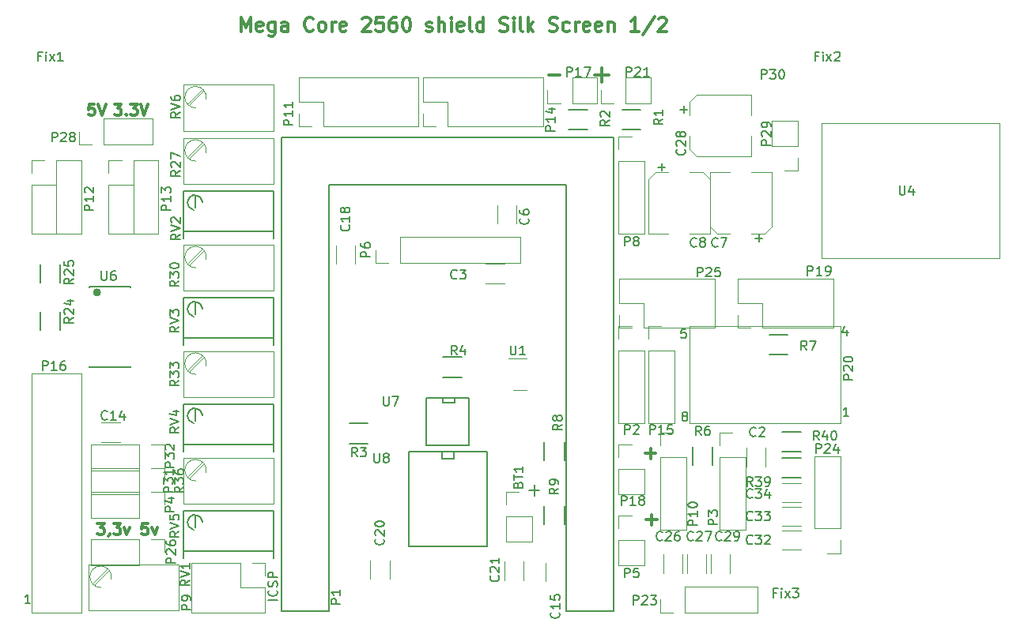
<source format=gbr>
G04 #@! TF.FileFunction,Legend,Top*
%FSLAX46Y46*%
G04 Gerber Fmt 4.6, Leading zero omitted, Abs format (unit mm)*
G04 Created by KiCad (PCBNEW 4.0.7) date 11/16/17 10:49:34*
%MOMM*%
%LPD*%
G01*
G04 APERTURE LIST*
%ADD10C,0.100000*%
%ADD11C,0.300000*%
%ADD12C,0.210000*%
%ADD13C,0.150000*%
%ADD14C,0.120000*%
%ADD15C,0.381000*%
%ADD16C,0.149860*%
%ADD17C,0.299720*%
G04 APERTURE END LIST*
D10*
D11*
X207170092Y-110500623D02*
X208312949Y-110500623D01*
X207741520Y-111072051D02*
X207741520Y-109929194D01*
X207043092Y-103388623D02*
X208185949Y-103388623D01*
X207614520Y-103960051D02*
X207614520Y-102817194D01*
D12*
X194597092Y-107325623D02*
X195739949Y-107325623D01*
X195168520Y-107897051D02*
X195168520Y-106754194D01*
D11*
X197898948Y-62788337D02*
X196756091Y-62788337D01*
X201645615Y-62784337D02*
X203169425Y-62784337D01*
X202407520Y-63546242D02*
X202407520Y-62022432D01*
D13*
X167680901Y-119108670D02*
X166680901Y-119108670D01*
X167585663Y-118061051D02*
X167633282Y-118108670D01*
X167680901Y-118251527D01*
X167680901Y-118346765D01*
X167633282Y-118489623D01*
X167538044Y-118584861D01*
X167442806Y-118632480D01*
X167252330Y-118680099D01*
X167109472Y-118680099D01*
X166918996Y-118632480D01*
X166823758Y-118584861D01*
X166728520Y-118489623D01*
X166680901Y-118346765D01*
X166680901Y-118251527D01*
X166728520Y-118108670D01*
X166776139Y-118061051D01*
X167633282Y-117680099D02*
X167680901Y-117537242D01*
X167680901Y-117299146D01*
X167633282Y-117203908D01*
X167585663Y-117156289D01*
X167490425Y-117108670D01*
X167395187Y-117108670D01*
X167299949Y-117156289D01*
X167252330Y-117203908D01*
X167204710Y-117299146D01*
X167157091Y-117489623D01*
X167109472Y-117584861D01*
X167061853Y-117632480D01*
X166966615Y-117680099D01*
X166871377Y-117680099D01*
X166776139Y-117632480D01*
X166728520Y-117584861D01*
X166680901Y-117489623D01*
X166680901Y-117251527D01*
X166728520Y-117108670D01*
X167680901Y-116680099D02*
X166680901Y-116680099D01*
X166680901Y-116299146D01*
X166728520Y-116203908D01*
X166776139Y-116156289D01*
X166871377Y-116108670D01*
X167014234Y-116108670D01*
X167109472Y-116156289D01*
X167157091Y-116203908D01*
X167204710Y-116299146D01*
X167204710Y-116680099D01*
D11*
X148407520Y-110879337D02*
X149150377Y-110879337D01*
X148750377Y-111336480D01*
X148921805Y-111336480D01*
X149036091Y-111393623D01*
X149093234Y-111450766D01*
X149150377Y-111565051D01*
X149150377Y-111850766D01*
X149093234Y-111965051D01*
X149036091Y-112022194D01*
X148921805Y-112079337D01*
X148578948Y-112079337D01*
X148464662Y-112022194D01*
X148407520Y-111965051D01*
X149721805Y-112022194D02*
X149721805Y-112079337D01*
X149664662Y-112193623D01*
X149607519Y-112250766D01*
X150121806Y-110879337D02*
X150864663Y-110879337D01*
X150464663Y-111336480D01*
X150636091Y-111336480D01*
X150750377Y-111393623D01*
X150807520Y-111450766D01*
X150864663Y-111565051D01*
X150864663Y-111850766D01*
X150807520Y-111965051D01*
X150750377Y-112022194D01*
X150636091Y-112079337D01*
X150293234Y-112079337D01*
X150178948Y-112022194D01*
X150121806Y-111965051D01*
X151264663Y-111279337D02*
X151550377Y-112079337D01*
X151836091Y-111279337D01*
X153778949Y-110879337D02*
X153207520Y-110879337D01*
X153150377Y-111450766D01*
X153207520Y-111393623D01*
X153321806Y-111336480D01*
X153607520Y-111336480D01*
X153721806Y-111393623D01*
X153778949Y-111450766D01*
X153836092Y-111565051D01*
X153836092Y-111850766D01*
X153778949Y-111965051D01*
X153721806Y-112022194D01*
X153607520Y-112079337D01*
X153321806Y-112079337D01*
X153207520Y-112022194D01*
X153150377Y-111965051D01*
X154236092Y-111279337D02*
X154521806Y-112079337D01*
X154807520Y-111279337D01*
X150217092Y-65921337D02*
X150959949Y-65921337D01*
X150559949Y-66378480D01*
X150731377Y-66378480D01*
X150845663Y-66435623D01*
X150902806Y-66492766D01*
X150959949Y-66607051D01*
X150959949Y-66892766D01*
X150902806Y-67007051D01*
X150845663Y-67064194D01*
X150731377Y-67121337D01*
X150388520Y-67121337D01*
X150274234Y-67064194D01*
X150217092Y-67007051D01*
X151474234Y-67007051D02*
X151531377Y-67064194D01*
X151474234Y-67121337D01*
X151417091Y-67064194D01*
X151474234Y-67007051D01*
X151474234Y-67121337D01*
X151931378Y-65921337D02*
X152674235Y-65921337D01*
X152274235Y-66378480D01*
X152445663Y-66378480D01*
X152559949Y-66435623D01*
X152617092Y-66492766D01*
X152674235Y-66607051D01*
X152674235Y-66892766D01*
X152617092Y-67007051D01*
X152559949Y-67064194D01*
X152445663Y-67121337D01*
X152102806Y-67121337D01*
X151988520Y-67064194D01*
X151931378Y-67007051D01*
X153017092Y-65921337D02*
X153417092Y-67121337D01*
X153817092Y-65921337D01*
X148076949Y-65921337D02*
X147505520Y-65921337D01*
X147448377Y-66492766D01*
X147505520Y-66435623D01*
X147619806Y-66378480D01*
X147905520Y-66378480D01*
X148019806Y-66435623D01*
X148076949Y-66492766D01*
X148134092Y-66607051D01*
X148134092Y-66892766D01*
X148076949Y-67007051D01*
X148019806Y-67064194D01*
X147905520Y-67121337D01*
X147619806Y-67121337D01*
X147505520Y-67064194D01*
X147448377Y-67007051D01*
X148476949Y-65921337D02*
X148876949Y-67121337D01*
X149276949Y-65921337D01*
X163782523Y-58113051D02*
X163782523Y-56613051D01*
X164282523Y-57684480D01*
X164782523Y-56613051D01*
X164782523Y-58113051D01*
X166068237Y-58041623D02*
X165925380Y-58113051D01*
X165639666Y-58113051D01*
X165496809Y-58041623D01*
X165425380Y-57898766D01*
X165425380Y-57327337D01*
X165496809Y-57184480D01*
X165639666Y-57113051D01*
X165925380Y-57113051D01*
X166068237Y-57184480D01*
X166139666Y-57327337D01*
X166139666Y-57470194D01*
X165425380Y-57613051D01*
X167425380Y-57113051D02*
X167425380Y-58327337D01*
X167353951Y-58470194D01*
X167282523Y-58541623D01*
X167139666Y-58613051D01*
X166925380Y-58613051D01*
X166782523Y-58541623D01*
X167425380Y-58041623D02*
X167282523Y-58113051D01*
X166996809Y-58113051D01*
X166853951Y-58041623D01*
X166782523Y-57970194D01*
X166711094Y-57827337D01*
X166711094Y-57398766D01*
X166782523Y-57255909D01*
X166853951Y-57184480D01*
X166996809Y-57113051D01*
X167282523Y-57113051D01*
X167425380Y-57184480D01*
X168782523Y-58113051D02*
X168782523Y-57327337D01*
X168711094Y-57184480D01*
X168568237Y-57113051D01*
X168282523Y-57113051D01*
X168139666Y-57184480D01*
X168782523Y-58041623D02*
X168639666Y-58113051D01*
X168282523Y-58113051D01*
X168139666Y-58041623D01*
X168068237Y-57898766D01*
X168068237Y-57755909D01*
X168139666Y-57613051D01*
X168282523Y-57541623D01*
X168639666Y-57541623D01*
X168782523Y-57470194D01*
X171496809Y-57970194D02*
X171425380Y-58041623D01*
X171211094Y-58113051D01*
X171068237Y-58113051D01*
X170853952Y-58041623D01*
X170711094Y-57898766D01*
X170639666Y-57755909D01*
X170568237Y-57470194D01*
X170568237Y-57255909D01*
X170639666Y-56970194D01*
X170711094Y-56827337D01*
X170853952Y-56684480D01*
X171068237Y-56613051D01*
X171211094Y-56613051D01*
X171425380Y-56684480D01*
X171496809Y-56755909D01*
X172353952Y-58113051D02*
X172211094Y-58041623D01*
X172139666Y-57970194D01*
X172068237Y-57827337D01*
X172068237Y-57398766D01*
X172139666Y-57255909D01*
X172211094Y-57184480D01*
X172353952Y-57113051D01*
X172568237Y-57113051D01*
X172711094Y-57184480D01*
X172782523Y-57255909D01*
X172853952Y-57398766D01*
X172853952Y-57827337D01*
X172782523Y-57970194D01*
X172711094Y-58041623D01*
X172568237Y-58113051D01*
X172353952Y-58113051D01*
X173496809Y-58113051D02*
X173496809Y-57113051D01*
X173496809Y-57398766D02*
X173568237Y-57255909D01*
X173639666Y-57184480D01*
X173782523Y-57113051D01*
X173925380Y-57113051D01*
X174996808Y-58041623D02*
X174853951Y-58113051D01*
X174568237Y-58113051D01*
X174425380Y-58041623D01*
X174353951Y-57898766D01*
X174353951Y-57327337D01*
X174425380Y-57184480D01*
X174568237Y-57113051D01*
X174853951Y-57113051D01*
X174996808Y-57184480D01*
X175068237Y-57327337D01*
X175068237Y-57470194D01*
X174353951Y-57613051D01*
X176782522Y-56755909D02*
X176853951Y-56684480D01*
X176996808Y-56613051D01*
X177353951Y-56613051D01*
X177496808Y-56684480D01*
X177568237Y-56755909D01*
X177639665Y-56898766D01*
X177639665Y-57041623D01*
X177568237Y-57255909D01*
X176711094Y-58113051D01*
X177639665Y-58113051D01*
X178996808Y-56613051D02*
X178282522Y-56613051D01*
X178211093Y-57327337D01*
X178282522Y-57255909D01*
X178425379Y-57184480D01*
X178782522Y-57184480D01*
X178925379Y-57255909D01*
X178996808Y-57327337D01*
X179068236Y-57470194D01*
X179068236Y-57827337D01*
X178996808Y-57970194D01*
X178925379Y-58041623D01*
X178782522Y-58113051D01*
X178425379Y-58113051D01*
X178282522Y-58041623D01*
X178211093Y-57970194D01*
X180353950Y-56613051D02*
X180068236Y-56613051D01*
X179925379Y-56684480D01*
X179853950Y-56755909D01*
X179711093Y-56970194D01*
X179639664Y-57255909D01*
X179639664Y-57827337D01*
X179711093Y-57970194D01*
X179782521Y-58041623D01*
X179925379Y-58113051D01*
X180211093Y-58113051D01*
X180353950Y-58041623D01*
X180425379Y-57970194D01*
X180496807Y-57827337D01*
X180496807Y-57470194D01*
X180425379Y-57327337D01*
X180353950Y-57255909D01*
X180211093Y-57184480D01*
X179925379Y-57184480D01*
X179782521Y-57255909D01*
X179711093Y-57327337D01*
X179639664Y-57470194D01*
X181425378Y-56613051D02*
X181568235Y-56613051D01*
X181711092Y-56684480D01*
X181782521Y-56755909D01*
X181853950Y-56898766D01*
X181925378Y-57184480D01*
X181925378Y-57541623D01*
X181853950Y-57827337D01*
X181782521Y-57970194D01*
X181711092Y-58041623D01*
X181568235Y-58113051D01*
X181425378Y-58113051D01*
X181282521Y-58041623D01*
X181211092Y-57970194D01*
X181139664Y-57827337D01*
X181068235Y-57541623D01*
X181068235Y-57184480D01*
X181139664Y-56898766D01*
X181211092Y-56755909D01*
X181282521Y-56684480D01*
X181425378Y-56613051D01*
X183639663Y-58041623D02*
X183782520Y-58113051D01*
X184068235Y-58113051D01*
X184211092Y-58041623D01*
X184282520Y-57898766D01*
X184282520Y-57827337D01*
X184211092Y-57684480D01*
X184068235Y-57613051D01*
X183853949Y-57613051D01*
X183711092Y-57541623D01*
X183639663Y-57398766D01*
X183639663Y-57327337D01*
X183711092Y-57184480D01*
X183853949Y-57113051D01*
X184068235Y-57113051D01*
X184211092Y-57184480D01*
X184925378Y-58113051D02*
X184925378Y-56613051D01*
X185568235Y-58113051D02*
X185568235Y-57327337D01*
X185496806Y-57184480D01*
X185353949Y-57113051D01*
X185139664Y-57113051D01*
X184996806Y-57184480D01*
X184925378Y-57255909D01*
X186282521Y-58113051D02*
X186282521Y-57113051D01*
X186282521Y-56613051D02*
X186211092Y-56684480D01*
X186282521Y-56755909D01*
X186353949Y-56684480D01*
X186282521Y-56613051D01*
X186282521Y-56755909D01*
X187568235Y-58041623D02*
X187425378Y-58113051D01*
X187139664Y-58113051D01*
X186996807Y-58041623D01*
X186925378Y-57898766D01*
X186925378Y-57327337D01*
X186996807Y-57184480D01*
X187139664Y-57113051D01*
X187425378Y-57113051D01*
X187568235Y-57184480D01*
X187639664Y-57327337D01*
X187639664Y-57470194D01*
X186925378Y-57613051D01*
X188496807Y-58113051D02*
X188353949Y-58041623D01*
X188282521Y-57898766D01*
X188282521Y-56613051D01*
X189711092Y-58113051D02*
X189711092Y-56613051D01*
X189711092Y-58041623D02*
X189568235Y-58113051D01*
X189282521Y-58113051D01*
X189139663Y-58041623D01*
X189068235Y-57970194D01*
X188996806Y-57827337D01*
X188996806Y-57398766D01*
X189068235Y-57255909D01*
X189139663Y-57184480D01*
X189282521Y-57113051D01*
X189568235Y-57113051D01*
X189711092Y-57184480D01*
X191496806Y-58041623D02*
X191711092Y-58113051D01*
X192068235Y-58113051D01*
X192211092Y-58041623D01*
X192282521Y-57970194D01*
X192353949Y-57827337D01*
X192353949Y-57684480D01*
X192282521Y-57541623D01*
X192211092Y-57470194D01*
X192068235Y-57398766D01*
X191782521Y-57327337D01*
X191639663Y-57255909D01*
X191568235Y-57184480D01*
X191496806Y-57041623D01*
X191496806Y-56898766D01*
X191568235Y-56755909D01*
X191639663Y-56684480D01*
X191782521Y-56613051D01*
X192139663Y-56613051D01*
X192353949Y-56684480D01*
X192996806Y-58113051D02*
X192996806Y-57113051D01*
X192996806Y-56613051D02*
X192925377Y-56684480D01*
X192996806Y-56755909D01*
X193068234Y-56684480D01*
X192996806Y-56613051D01*
X192996806Y-56755909D01*
X193925378Y-58113051D02*
X193782520Y-58041623D01*
X193711092Y-57898766D01*
X193711092Y-56613051D01*
X194496806Y-58113051D02*
X194496806Y-56613051D01*
X194639663Y-57541623D02*
X195068234Y-58113051D01*
X195068234Y-57113051D02*
X194496806Y-57684480D01*
X196782520Y-58041623D02*
X196996806Y-58113051D01*
X197353949Y-58113051D01*
X197496806Y-58041623D01*
X197568235Y-57970194D01*
X197639663Y-57827337D01*
X197639663Y-57684480D01*
X197568235Y-57541623D01*
X197496806Y-57470194D01*
X197353949Y-57398766D01*
X197068235Y-57327337D01*
X196925377Y-57255909D01*
X196853949Y-57184480D01*
X196782520Y-57041623D01*
X196782520Y-56898766D01*
X196853949Y-56755909D01*
X196925377Y-56684480D01*
X197068235Y-56613051D01*
X197425377Y-56613051D01*
X197639663Y-56684480D01*
X198925377Y-58041623D02*
X198782520Y-58113051D01*
X198496806Y-58113051D01*
X198353948Y-58041623D01*
X198282520Y-57970194D01*
X198211091Y-57827337D01*
X198211091Y-57398766D01*
X198282520Y-57255909D01*
X198353948Y-57184480D01*
X198496806Y-57113051D01*
X198782520Y-57113051D01*
X198925377Y-57184480D01*
X199568234Y-58113051D02*
X199568234Y-57113051D01*
X199568234Y-57398766D02*
X199639662Y-57255909D01*
X199711091Y-57184480D01*
X199853948Y-57113051D01*
X199996805Y-57113051D01*
X201068233Y-58041623D02*
X200925376Y-58113051D01*
X200639662Y-58113051D01*
X200496805Y-58041623D01*
X200425376Y-57898766D01*
X200425376Y-57327337D01*
X200496805Y-57184480D01*
X200639662Y-57113051D01*
X200925376Y-57113051D01*
X201068233Y-57184480D01*
X201139662Y-57327337D01*
X201139662Y-57470194D01*
X200425376Y-57613051D01*
X202353947Y-58041623D02*
X202211090Y-58113051D01*
X201925376Y-58113051D01*
X201782519Y-58041623D01*
X201711090Y-57898766D01*
X201711090Y-57327337D01*
X201782519Y-57184480D01*
X201925376Y-57113051D01*
X202211090Y-57113051D01*
X202353947Y-57184480D01*
X202425376Y-57327337D01*
X202425376Y-57470194D01*
X201711090Y-57613051D01*
X203068233Y-57113051D02*
X203068233Y-58113051D01*
X203068233Y-57255909D02*
X203139661Y-57184480D01*
X203282519Y-57113051D01*
X203496804Y-57113051D01*
X203639661Y-57184480D01*
X203711090Y-57327337D01*
X203711090Y-58113051D01*
X206353947Y-58113051D02*
X205496804Y-58113051D01*
X205925376Y-58113051D02*
X205925376Y-56613051D01*
X205782519Y-56827337D01*
X205639661Y-56970194D01*
X205496804Y-57041623D01*
X208068232Y-56541623D02*
X206782518Y-58470194D01*
X208496804Y-56755909D02*
X208568233Y-56684480D01*
X208711090Y-56613051D01*
X209068233Y-56613051D01*
X209211090Y-56684480D01*
X209282519Y-56755909D01*
X209353947Y-56898766D01*
X209353947Y-57041623D01*
X209282519Y-57255909D01*
X208425376Y-58113051D01*
X209353947Y-58113051D01*
D14*
X194344520Y-93239480D02*
X192444520Y-93239480D01*
X192944520Y-96559480D02*
X194344520Y-96559480D01*
X223355520Y-70388480D02*
X223355520Y-67728480D01*
X223355520Y-67728480D02*
X220575520Y-67728480D01*
X220575520Y-67728480D02*
X220575520Y-70388480D01*
X220575520Y-70388480D02*
X223355520Y-70388480D01*
X223355520Y-71658480D02*
X223355520Y-73048480D01*
X223355520Y-73048480D02*
X221965520Y-73048480D01*
X225902520Y-67975480D02*
X225902520Y-82453480D01*
X225902520Y-82453480D02*
X244952520Y-82453480D01*
X244952520Y-82453480D02*
X244952520Y-67975480D01*
X244952520Y-67975480D02*
X225902520Y-67975480D01*
D13*
X214277520Y-102662480D02*
X214277520Y-104662480D01*
X212127520Y-104662480D02*
X212127520Y-102662480D01*
X223727520Y-103213480D02*
X221727520Y-103213480D01*
X221727520Y-101063480D02*
X223727520Y-101063480D01*
X223727520Y-106007480D02*
X221727520Y-106007480D01*
X221727520Y-103857480D02*
X223727520Y-103857480D01*
D14*
X146647520Y-117759480D02*
X146647520Y-94779480D01*
X146647520Y-94779480D02*
X141327520Y-94779480D01*
X141327520Y-94779480D02*
X141327520Y-120419480D01*
X141327520Y-120419480D02*
X143987520Y-120419480D01*
X146647520Y-120419480D02*
X146647520Y-117759480D01*
X143987520Y-120419480D02*
X146647520Y-120419480D01*
X146647520Y-119029480D02*
X146647520Y-120419480D01*
X146647520Y-120419480D02*
X145257520Y-120419480D01*
D13*
X203677520Y-120299480D02*
X198597520Y-120299480D01*
X168117520Y-69499480D02*
X168117520Y-120299480D01*
X173197520Y-74579480D02*
X173197520Y-120299480D01*
X168117520Y-120299480D02*
X173197520Y-120299480D01*
X203677520Y-120299480D02*
X203677520Y-69499480D01*
X203677520Y-69499480D02*
X168117520Y-69499480D01*
X173197520Y-74579480D02*
X198597520Y-74579480D01*
X198597520Y-74579480D02*
X198597520Y-120299480D01*
D14*
X152877520Y-102399480D02*
X147677520Y-102399480D01*
X147677520Y-102399480D02*
X147677520Y-105179480D01*
X147677520Y-105179480D02*
X152877520Y-105179480D01*
X152877520Y-105179480D02*
X152877520Y-102399480D01*
X154147520Y-102399480D02*
X155537520Y-102399480D01*
X155537520Y-102399480D02*
X155537520Y-103789480D01*
X204947520Y-65809480D02*
X207607520Y-65809480D01*
X207607520Y-65809480D02*
X207607520Y-63029480D01*
X207607520Y-63029480D02*
X204947520Y-63029480D01*
X204947520Y-63029480D02*
X204947520Y-65809480D01*
X203677520Y-65809480D02*
X202287520Y-65809480D01*
X202287520Y-65809480D02*
X202287520Y-64419480D01*
D13*
X198402520Y-102154480D02*
X198402520Y-104154480D01*
X196252520Y-104154480D02*
X196252520Y-102154480D01*
X188183520Y-97439480D02*
X188183520Y-102519480D01*
X188183520Y-102519480D02*
X183611520Y-102519480D01*
X183611520Y-102519480D02*
X183611520Y-97439480D01*
X183611520Y-97439480D02*
X188183520Y-97439480D01*
X186659520Y-97439480D02*
X186659520Y-97947480D01*
X186659520Y-97947480D02*
X185389520Y-97947480D01*
X185389520Y-97947480D02*
X185389520Y-97439480D01*
D14*
X192127520Y-110139480D02*
X192127520Y-112799480D01*
X192127520Y-112799480D02*
X194907520Y-112799480D01*
X194907520Y-112799480D02*
X194907520Y-110139480D01*
X194907520Y-110139480D02*
X192127520Y-110139480D01*
X192127520Y-108869480D02*
X192127520Y-107479480D01*
X192127520Y-107479480D02*
X193517520Y-107479480D01*
X191984520Y-114981480D02*
X191984520Y-116981480D01*
X194034520Y-116981480D02*
X194034520Y-114981480D01*
X177633520Y-114854480D02*
X177633520Y-116854480D01*
X179683520Y-116854480D02*
X179683520Y-114854480D01*
X173950520Y-81072480D02*
X173950520Y-83072480D01*
X176000520Y-83072480D02*
X176000520Y-81072480D01*
X198479520Y-117108480D02*
X198479520Y-115108480D01*
X196429520Y-115108480D02*
X196429520Y-117108480D01*
X152877520Y-107479480D02*
X147677520Y-107479480D01*
X147677520Y-107479480D02*
X147677520Y-110259480D01*
X147677520Y-110259480D02*
X152877520Y-110259480D01*
X152877520Y-110259480D02*
X152877520Y-107479480D01*
X154147520Y-107479480D02*
X155537520Y-107479480D01*
X155537520Y-107479480D02*
X155537520Y-108869480D01*
X152877520Y-104939480D02*
X147677520Y-104939480D01*
X147677520Y-104939480D02*
X147677520Y-107719480D01*
X147677520Y-107719480D02*
X152877520Y-107719480D01*
X152877520Y-107719480D02*
X152877520Y-104939480D01*
X154147520Y-104939480D02*
X155537520Y-104939480D01*
X155537520Y-104939480D02*
X155537520Y-106329480D01*
X152242520Y-74579480D02*
X152242520Y-79786480D01*
X149582520Y-74579480D02*
X149582520Y-79779480D01*
X149582520Y-79779480D02*
X154902520Y-79779480D01*
X154902520Y-79779480D02*
X154902520Y-71919480D01*
X154902520Y-71919480D02*
X152242520Y-71919480D01*
X152242520Y-71919480D02*
X152242520Y-74579480D01*
X152242520Y-74579480D02*
X149582520Y-74579480D01*
X149582520Y-73309480D02*
X149582520Y-71919480D01*
X149582520Y-71919480D02*
X150972520Y-71919480D01*
X143987520Y-74579480D02*
X143987520Y-79786480D01*
X141327520Y-74579480D02*
X141327520Y-79779480D01*
X141327520Y-79779480D02*
X146647520Y-79779480D01*
X146647520Y-79779480D02*
X146647520Y-71919480D01*
X146647520Y-71919480D02*
X143987520Y-71919480D01*
X143987520Y-71919480D02*
X143987520Y-74579480D01*
X143987520Y-74579480D02*
X141327520Y-74579480D01*
X141327520Y-73309480D02*
X141327520Y-71919480D01*
X141327520Y-71919480D02*
X142717520Y-71919480D01*
D15*
X148578696Y-86118700D02*
G75*
G03X148578696Y-86118700I-224916J0D01*
G01*
X148467372Y-86118700D02*
G75*
G03X148467372Y-86118700I-113592J0D01*
G01*
D16*
X151902160Y-85471000D02*
X151902160Y-85585300D01*
X151902160Y-94053660D02*
X151902160Y-94167960D01*
X151902160Y-94167960D02*
X147502880Y-94167960D01*
X147502880Y-85471000D02*
X147502880Y-85585300D01*
X147502880Y-94053660D02*
X147502880Y-94167960D01*
X151902160Y-85471000D02*
X147502880Y-85471000D01*
D17*
X148356320Y-86118700D02*
X148356320Y-86118700D01*
D14*
X199232520Y-65809480D02*
X201892520Y-65809480D01*
X201892520Y-65809480D02*
X201892520Y-63029480D01*
X201892520Y-63029480D02*
X199232520Y-63029480D01*
X199232520Y-63029480D02*
X199232520Y-65809480D01*
X197962520Y-65809480D02*
X196572520Y-65809480D01*
X196572520Y-65809480D02*
X196572520Y-64419480D01*
X227927520Y-111409480D02*
X227927520Y-103669480D01*
X227927520Y-103669480D02*
X225147520Y-103669480D01*
X225147520Y-103669480D02*
X225147520Y-111409480D01*
X225147520Y-111409480D02*
X227927520Y-111409480D01*
X227927520Y-112679480D02*
X227927520Y-114069480D01*
X227927520Y-114069480D02*
X226537520Y-114069480D01*
X206852520Y-89879480D02*
X214532520Y-89879480D01*
X214532520Y-89879480D02*
X214532520Y-84679480D01*
X214532520Y-84679480D02*
X204252520Y-84679480D01*
X204252520Y-84679480D02*
X204252520Y-87279480D01*
X204252520Y-87279480D02*
X206852520Y-87279480D01*
X206852520Y-87279480D02*
X206852520Y-89879480D01*
X205582520Y-89879480D02*
X204252520Y-89879480D01*
X204252520Y-89879480D02*
X204252520Y-88549480D01*
X208637520Y-103789480D02*
X208637520Y-111529480D01*
X208637520Y-111529480D02*
X211417520Y-111529480D01*
X211417520Y-111529480D02*
X211417520Y-103789480D01*
X211417520Y-103789480D02*
X208637520Y-103789480D01*
X208637520Y-102519480D02*
X208637520Y-101129480D01*
X208637520Y-101129480D02*
X210027520Y-101129480D01*
X148829520Y-102147480D02*
X150829520Y-102147480D01*
X150829520Y-100097480D02*
X148829520Y-100097480D01*
X158947829Y-66328776D02*
G75*
G02X158907520Y-64019480I-40309J1154296D01*
G01*
X158887399Y-64020428D02*
G75*
G02X160036520Y-65414480I20121J-1154052D01*
G01*
X167227520Y-68794480D02*
X157577520Y-68794480D01*
X167227520Y-63843480D02*
X157577520Y-63843480D01*
X167227520Y-68794480D02*
X167227520Y-63843480D01*
X157577520Y-68794480D02*
X157577520Y-63843480D01*
X158031520Y-65908480D02*
X159642520Y-64298480D01*
X158171520Y-66049480D02*
X159783520Y-64439480D01*
X148787829Y-117763776D02*
G75*
G02X148747520Y-115454480I-40309J1154296D01*
G01*
X148727399Y-115455428D02*
G75*
G02X149876520Y-116849480I20121J-1154052D01*
G01*
X157067520Y-120229480D02*
X147417520Y-120229480D01*
X157067520Y-115278480D02*
X147417520Y-115278480D01*
X157067520Y-120229480D02*
X157067520Y-115278480D01*
X147417520Y-120229480D02*
X147417520Y-115278480D01*
X147871520Y-117343480D02*
X149482520Y-115733480D01*
X148011520Y-117484480D02*
X149623520Y-115874480D01*
X158947829Y-106333776D02*
G75*
G02X158907520Y-104024480I-40309J1154296D01*
G01*
X158887399Y-104025428D02*
G75*
G02X160036520Y-105419480I20121J-1154052D01*
G01*
X167227520Y-108799480D02*
X157577520Y-108799480D01*
X167227520Y-103848480D02*
X157577520Y-103848480D01*
X167227520Y-108799480D02*
X167227520Y-103848480D01*
X157577520Y-108799480D02*
X157577520Y-103848480D01*
X158031520Y-105913480D02*
X159642520Y-104303480D01*
X158171520Y-106054480D02*
X159783520Y-104444480D01*
X158947829Y-72043776D02*
G75*
G02X158907520Y-69734480I-40309J1154296D01*
G01*
X158887399Y-69735428D02*
G75*
G02X160036520Y-71129480I20121J-1154052D01*
G01*
X167227520Y-74509480D02*
X157577520Y-74509480D01*
X167227520Y-69558480D02*
X157577520Y-69558480D01*
X167227520Y-74509480D02*
X167227520Y-69558480D01*
X157577520Y-74509480D02*
X157577520Y-69558480D01*
X158031520Y-71623480D02*
X159642520Y-70013480D01*
X158171520Y-71764480D02*
X159783520Y-70154480D01*
D13*
X158846520Y-98582480D02*
X158846520Y-99852480D01*
X159633920Y-99331780D02*
X159595820Y-99077780D01*
X159595820Y-99077780D02*
X159418020Y-98798380D01*
X159418020Y-98798380D02*
X159100520Y-98582480D01*
X159100520Y-98582480D02*
X158656020Y-98569780D01*
X158656020Y-98569780D02*
X158300420Y-98772980D01*
X158300420Y-98772980D02*
X158122620Y-99065080D01*
X158122620Y-99065080D02*
X158071820Y-99382580D01*
X158071820Y-99382580D02*
X158173420Y-99788980D01*
X158173420Y-99788980D02*
X158516320Y-100042980D01*
X158516320Y-100042980D02*
X158694120Y-100131880D01*
X167228520Y-102392480D02*
X157576520Y-102392480D01*
X157576520Y-99344480D02*
X157576520Y-98074480D01*
X157576520Y-98074480D02*
X167228520Y-98074480D01*
X167228520Y-98074480D02*
X167228520Y-103154480D01*
X157576520Y-103154480D02*
X157576520Y-100614480D01*
X157576520Y-100614480D02*
X157576520Y-99344480D01*
D14*
X207367520Y-92359480D02*
X207367520Y-100099480D01*
X207367520Y-100099480D02*
X210147520Y-100099480D01*
X210147520Y-100099480D02*
X210147520Y-92359480D01*
X210147520Y-92359480D02*
X207367520Y-92359480D01*
X207367520Y-91089480D02*
X207367520Y-89699480D01*
X207367520Y-89699480D02*
X208757520Y-89699480D01*
X204192520Y-92359480D02*
X204192520Y-100099480D01*
X204192520Y-100099480D02*
X206972520Y-100099480D01*
X206972520Y-100099480D02*
X206972520Y-92359480D01*
X206972520Y-92359480D02*
X204192520Y-92359480D01*
X204192520Y-91089480D02*
X204192520Y-89699480D01*
X204192520Y-89699480D02*
X205582520Y-89699480D01*
X172562520Y-68289480D02*
X182782520Y-68289480D01*
X182782520Y-68289480D02*
X182782520Y-63089480D01*
X182782520Y-63089480D02*
X169962520Y-63089480D01*
X169962520Y-63089480D02*
X169962520Y-65689480D01*
X169962520Y-65689480D02*
X172562520Y-65689480D01*
X172562520Y-65689480D02*
X172562520Y-68289480D01*
X171292520Y-68289480D02*
X169962520Y-68289480D01*
X169962520Y-68289480D02*
X169962520Y-66959480D01*
X185897520Y-68289480D02*
X196117520Y-68289480D01*
X196117520Y-68289480D02*
X196117520Y-63089480D01*
X196117520Y-63089480D02*
X183297520Y-63089480D01*
X183297520Y-63089480D02*
X183297520Y-65689480D01*
X183297520Y-65689480D02*
X185897520Y-65689480D01*
X185897520Y-65689480D02*
X185897520Y-68289480D01*
X184627520Y-68289480D02*
X183297520Y-68289480D01*
X183297520Y-68289480D02*
X183297520Y-66959480D01*
D13*
X158846520Y-110012480D02*
X158846520Y-111282480D01*
X159633920Y-110761780D02*
X159595820Y-110507780D01*
X159595820Y-110507780D02*
X159418020Y-110228380D01*
X159418020Y-110228380D02*
X159100520Y-110012480D01*
X159100520Y-110012480D02*
X158656020Y-109999780D01*
X158656020Y-109999780D02*
X158300420Y-110202980D01*
X158300420Y-110202980D02*
X158122620Y-110495080D01*
X158122620Y-110495080D02*
X158071820Y-110812580D01*
X158071820Y-110812580D02*
X158173420Y-111218980D01*
X158173420Y-111218980D02*
X158516320Y-111472980D01*
X158516320Y-111472980D02*
X158694120Y-111561880D01*
X167228520Y-113822480D02*
X157576520Y-113822480D01*
X157576520Y-110774480D02*
X157576520Y-109504480D01*
X157576520Y-109504480D02*
X167228520Y-109504480D01*
X167228520Y-109504480D02*
X167228520Y-114584480D01*
X157576520Y-114584480D02*
X157576520Y-112044480D01*
X157576520Y-112044480D02*
X157576520Y-110774480D01*
D14*
X214082520Y-114219480D02*
X214082520Y-116219480D01*
X216132520Y-116219480D02*
X216132520Y-114219480D01*
X221727520Y-108624480D02*
X223727520Y-108624480D01*
X223727520Y-106574480D02*
X221727520Y-106574480D01*
X221727520Y-111164480D02*
X223727520Y-111164480D01*
X223727520Y-109114480D02*
X221727520Y-109114480D01*
X221727520Y-113704480D02*
X223727520Y-113704480D01*
X223727520Y-111654480D02*
X221727520Y-111654480D01*
X211542520Y-114219480D02*
X211542520Y-116219480D01*
X213592520Y-116219480D02*
X213592520Y-114219480D01*
X209002520Y-114219480D02*
X209002520Y-116219480D01*
X211052520Y-116219480D02*
X211052520Y-114219480D01*
X189977520Y-85129480D02*
X191977520Y-85129480D01*
X191977520Y-83079480D02*
X189977520Y-83079480D01*
X219942520Y-104789480D02*
X219942520Y-102789480D01*
X217892520Y-102789480D02*
X217892520Y-104789480D01*
D13*
X204582520Y-66519480D02*
X206582520Y-66519480D01*
X206582520Y-68669480D02*
X204582520Y-68669480D01*
X198867520Y-66519480D02*
X200867520Y-66519480D01*
X200867520Y-68669480D02*
X198867520Y-68669480D01*
X175372520Y-100174480D02*
X177372520Y-100174480D01*
X177372520Y-102324480D02*
X175372520Y-102324480D01*
X185405520Y-93062480D02*
X187405520Y-93062480D01*
X187405520Y-95212480D02*
X185405520Y-95212480D01*
X144427520Y-88184480D02*
X144427520Y-90184480D01*
X142277520Y-90184480D02*
X142277520Y-88184480D01*
X144427520Y-83104480D02*
X144427520Y-85104480D01*
X142277520Y-85104480D02*
X142277520Y-83104480D01*
X158846520Y-75722480D02*
X158846520Y-76992480D01*
X159633920Y-76471780D02*
X159595820Y-76217780D01*
X159595820Y-76217780D02*
X159418020Y-75938380D01*
X159418020Y-75938380D02*
X159100520Y-75722480D01*
X159100520Y-75722480D02*
X158656020Y-75709780D01*
X158656020Y-75709780D02*
X158300420Y-75912980D01*
X158300420Y-75912980D02*
X158122620Y-76205080D01*
X158122620Y-76205080D02*
X158071820Y-76522580D01*
X158071820Y-76522580D02*
X158173420Y-76928980D01*
X158173420Y-76928980D02*
X158516320Y-77182980D01*
X158516320Y-77182980D02*
X158694120Y-77271880D01*
X167228520Y-79532480D02*
X157576520Y-79532480D01*
X157576520Y-76484480D02*
X157576520Y-75214480D01*
X157576520Y-75214480D02*
X167228520Y-75214480D01*
X167228520Y-75214480D02*
X167228520Y-80294480D01*
X157576520Y-80294480D02*
X157576520Y-77754480D01*
X157576520Y-77754480D02*
X157576520Y-76484480D01*
X158846520Y-87152480D02*
X158846520Y-88422480D01*
X159633920Y-87901780D02*
X159595820Y-87647780D01*
X159595820Y-87647780D02*
X159418020Y-87368380D01*
X159418020Y-87368380D02*
X159100520Y-87152480D01*
X159100520Y-87152480D02*
X158656020Y-87139780D01*
X158656020Y-87139780D02*
X158300420Y-87342980D01*
X158300420Y-87342980D02*
X158122620Y-87635080D01*
X158122620Y-87635080D02*
X158071820Y-87952580D01*
X158071820Y-87952580D02*
X158173420Y-88358980D01*
X158173420Y-88358980D02*
X158516320Y-88612980D01*
X158516320Y-88612980D02*
X158694120Y-88701880D01*
X167228520Y-90962480D02*
X157576520Y-90962480D01*
X157576520Y-87914480D02*
X157576520Y-86644480D01*
X157576520Y-86644480D02*
X167228520Y-86644480D01*
X167228520Y-86644480D02*
X167228520Y-91724480D01*
X157576520Y-91724480D02*
X157576520Y-89184480D01*
X157576520Y-89184480D02*
X157576520Y-87914480D01*
D14*
X149067520Y-70254480D02*
X154267520Y-70254480D01*
X154267520Y-70254480D02*
X154267520Y-67474480D01*
X154267520Y-67474480D02*
X149067520Y-67474480D01*
X149067520Y-67474480D02*
X149067520Y-70254480D01*
X147797520Y-70254480D02*
X146407520Y-70254480D01*
X146407520Y-70254480D02*
X146407520Y-68864480D01*
D13*
X222330520Y-92799480D02*
X220330520Y-92799480D01*
X220330520Y-90649480D02*
X222330520Y-90649480D01*
D14*
X204192520Y-105059480D02*
X204192520Y-107719480D01*
X204192520Y-107719480D02*
X206972520Y-107719480D01*
X206972520Y-107719480D02*
X206972520Y-105059480D01*
X206972520Y-105059480D02*
X204192520Y-105059480D01*
X204192520Y-103789480D02*
X204192520Y-102399480D01*
X204192520Y-102399480D02*
X205582520Y-102399480D01*
X214987520Y-103789480D02*
X214987520Y-111529480D01*
X214987520Y-111529480D02*
X217767520Y-111529480D01*
X217767520Y-111529480D02*
X217767520Y-103789480D01*
X217767520Y-103789480D02*
X214987520Y-103789480D01*
X214987520Y-102519480D02*
X214987520Y-101129480D01*
X214987520Y-101129480D02*
X216377520Y-101129480D01*
X204192520Y-112679480D02*
X204192520Y-115339480D01*
X204192520Y-115339480D02*
X206972520Y-115339480D01*
X206972520Y-115339480D02*
X206972520Y-112679480D01*
X206972520Y-112679480D02*
X204192520Y-112679480D01*
X204192520Y-111409480D02*
X204192520Y-110019480D01*
X204192520Y-110019480D02*
X205582520Y-110019480D01*
X180817520Y-82954480D02*
X193637520Y-82954480D01*
X193637520Y-82954480D02*
X193637520Y-80174480D01*
X193637520Y-80174480D02*
X180817520Y-80174480D01*
X180817520Y-80174480D02*
X180817520Y-82954480D01*
X179547520Y-82954480D02*
X178157520Y-82954480D01*
X178157520Y-82954480D02*
X178157520Y-81564480D01*
X163672520Y-115099480D02*
X158472520Y-115099480D01*
X158472520Y-115099480D02*
X158472520Y-120419480D01*
X158472520Y-120419480D02*
X166332520Y-120419480D01*
X166332520Y-120419480D02*
X166332520Y-117759480D01*
X166332520Y-117759480D02*
X163672520Y-117759480D01*
X163672520Y-117759480D02*
X163672520Y-115099480D01*
X164942520Y-115099480D02*
X166332520Y-115099480D01*
X166332520Y-115099480D02*
X166332520Y-116489480D01*
X204192520Y-72039480D02*
X204192520Y-79779480D01*
X204192520Y-79779480D02*
X206972520Y-79779480D01*
X206972520Y-79779480D02*
X206972520Y-72039480D01*
X206972520Y-72039480D02*
X204192520Y-72039480D01*
X204192520Y-70769480D02*
X204192520Y-69379480D01*
X204192520Y-69379480D02*
X205582520Y-69379480D01*
X152877520Y-112559480D02*
X147677520Y-112559480D01*
X147677520Y-112559480D02*
X147677520Y-115339480D01*
X147677520Y-115339480D02*
X152877520Y-115339480D01*
X152877520Y-115339480D02*
X152877520Y-112559480D01*
X154147520Y-112559480D02*
X155537520Y-112559480D01*
X155537520Y-112559480D02*
X155537520Y-113949480D01*
X211297520Y-120419480D02*
X219037520Y-120419480D01*
X219037520Y-120419480D02*
X219037520Y-117639480D01*
X219037520Y-117639480D02*
X211297520Y-117639480D01*
X211297520Y-117639480D02*
X211297520Y-120419480D01*
X210027520Y-120419480D02*
X208637520Y-120419480D01*
X208637520Y-120419480D02*
X208637520Y-119029480D01*
D13*
X198402520Y-109012480D02*
X198402520Y-111012480D01*
X196252520Y-111012480D02*
X196252520Y-109012480D01*
D14*
X219552520Y-89879480D02*
X227232520Y-89879480D01*
X227232520Y-89879480D02*
X227232520Y-84679480D01*
X227232520Y-84679480D02*
X216952520Y-84679480D01*
X216952520Y-84679480D02*
X216952520Y-87279480D01*
X216952520Y-87279480D02*
X219552520Y-87279480D01*
X219552520Y-87279480D02*
X219552520Y-89879480D01*
X218282520Y-89879480D02*
X216952520Y-89879480D01*
X216952520Y-89879480D02*
X216952520Y-88549480D01*
X218407520Y-71529480D02*
X218407520Y-69349480D01*
X218407520Y-64929480D02*
X218407520Y-67109480D01*
X211807520Y-70769480D02*
X211807520Y-69349480D01*
X211807520Y-65689480D02*
X211807520Y-67109480D01*
X218407520Y-71529480D02*
X212567520Y-71529480D01*
X212567520Y-71529480D02*
X211807520Y-70769480D01*
X211807520Y-65689480D02*
X212567520Y-64929480D01*
X212567520Y-64929480D02*
X218407520Y-64929480D01*
X158947829Y-83473776D02*
G75*
G02X158907520Y-81164480I-40309J1154296D01*
G01*
X158887399Y-81165428D02*
G75*
G02X160036520Y-82559480I20121J-1154052D01*
G01*
X167227520Y-85939480D02*
X157577520Y-85939480D01*
X167227520Y-80988480D02*
X157577520Y-80988480D01*
X167227520Y-85939480D02*
X167227520Y-80988480D01*
X157577520Y-85939480D02*
X157577520Y-80988480D01*
X158031520Y-83053480D02*
X159642520Y-81443480D01*
X158171520Y-83194480D02*
X159783520Y-81584480D01*
X158947829Y-94903776D02*
G75*
G02X158907520Y-92594480I-40309J1154296D01*
G01*
X158887399Y-92595428D02*
G75*
G02X160036520Y-93989480I20121J-1154052D01*
G01*
X167227520Y-97369480D02*
X157577520Y-97369480D01*
X167227520Y-92418480D02*
X157577520Y-92418480D01*
X167227520Y-97369480D02*
X167227520Y-92418480D01*
X157577520Y-97369480D02*
X157577520Y-92418480D01*
X158031520Y-94483480D02*
X159642520Y-92873480D01*
X158171520Y-94624480D02*
X159783520Y-93014480D01*
X191227520Y-76754480D02*
X191227520Y-78754480D01*
X193267520Y-78754480D02*
X193267520Y-76754480D01*
X220566520Y-73184480D02*
X218386520Y-73184480D01*
X213966520Y-73184480D02*
X216146520Y-73184480D01*
X219806520Y-79784480D02*
X218386520Y-79784480D01*
X214726520Y-79784480D02*
X216146520Y-79784480D01*
X220566520Y-73184480D02*
X220566520Y-79024480D01*
X220566520Y-79024480D02*
X219806520Y-79784480D01*
X214726520Y-79784480D02*
X213966520Y-79024480D01*
X213966520Y-79024480D02*
X213966520Y-73184480D01*
X207362520Y-79784480D02*
X209542520Y-79784480D01*
X213962520Y-79784480D02*
X211782520Y-79784480D01*
X208122520Y-73184480D02*
X209542520Y-73184480D01*
X213202520Y-73184480D02*
X211782520Y-73184480D01*
X207362520Y-79784480D02*
X207362520Y-73944480D01*
X207362520Y-73944480D02*
X208122520Y-73184480D01*
X213202520Y-73184480D02*
X213962520Y-73944480D01*
X213962520Y-73944480D02*
X213962520Y-79784480D01*
X214586820Y-100119180D02*
X227934520Y-100121720D01*
X214589360Y-89712800D02*
X227929440Y-89712800D01*
X211812520Y-100112180D02*
X214599520Y-100119180D01*
X211805520Y-97071180D02*
X211812520Y-100112180D01*
X211812520Y-89712180D02*
X214592520Y-89712180D01*
X211812520Y-97452180D02*
X211812520Y-89712180D01*
X211812520Y-97452180D02*
X211812520Y-89712180D01*
X211812520Y-89712180D02*
X214592520Y-89712180D01*
X227927520Y-89712180D02*
X227934520Y-100119180D01*
X211805520Y-97071180D02*
X211812520Y-100112180D01*
X211812520Y-100112180D02*
X214599520Y-100119180D01*
D13*
X181706520Y-113314480D02*
X181706520Y-103154480D01*
X181706520Y-103154480D02*
X190088520Y-103154480D01*
X190088520Y-103154480D02*
X190088520Y-113314480D01*
X190088520Y-113314480D02*
X181706520Y-113314480D01*
X186532520Y-103154480D02*
X186532520Y-103916480D01*
X186532520Y-103916480D02*
X185262520Y-103916480D01*
X185262520Y-103916480D02*
X185262520Y-103154480D01*
X192628615Y-91811861D02*
X192628615Y-92621385D01*
X192676234Y-92716623D01*
X192723853Y-92764242D01*
X192819091Y-92811861D01*
X193009568Y-92811861D01*
X193104806Y-92764242D01*
X193152425Y-92716623D01*
X193200044Y-92621385D01*
X193200044Y-91811861D01*
X194200044Y-92811861D02*
X193628615Y-92811861D01*
X193914329Y-92811861D02*
X193914329Y-91811861D01*
X193819091Y-91954718D01*
X193723853Y-92049956D01*
X193628615Y-92097575D01*
X220512901Y-70332766D02*
X219512901Y-70332766D01*
X219512901Y-69951813D01*
X219560520Y-69856575D01*
X219608139Y-69808956D01*
X219703377Y-69761337D01*
X219846234Y-69761337D01*
X219941472Y-69808956D01*
X219989091Y-69856575D01*
X220036710Y-69951813D01*
X220036710Y-70332766D01*
X219608139Y-69380385D02*
X219560520Y-69332766D01*
X219512901Y-69237528D01*
X219512901Y-68999432D01*
X219560520Y-68904194D01*
X219608139Y-68856575D01*
X219703377Y-68808956D01*
X219798615Y-68808956D01*
X219941472Y-68856575D01*
X220512901Y-69428004D01*
X220512901Y-68808956D01*
X220512901Y-68332766D02*
X220512901Y-68142290D01*
X220465282Y-68047051D01*
X220417663Y-67999432D01*
X220274806Y-67904194D01*
X220084330Y-67856575D01*
X219703377Y-67856575D01*
X219608139Y-67904194D01*
X219560520Y-67951813D01*
X219512901Y-68047051D01*
X219512901Y-68237528D01*
X219560520Y-68332766D01*
X219608139Y-68380385D01*
X219703377Y-68428004D01*
X219941472Y-68428004D01*
X220036710Y-68380385D01*
X220084330Y-68332766D01*
X220131949Y-68237528D01*
X220131949Y-68047051D01*
X220084330Y-67951813D01*
X220036710Y-67904194D01*
X219941472Y-67856575D01*
X234284615Y-74666861D02*
X234284615Y-75476385D01*
X234332234Y-75571623D01*
X234379853Y-75619242D01*
X234475091Y-75666861D01*
X234665568Y-75666861D01*
X234760806Y-75619242D01*
X234808425Y-75571623D01*
X234856044Y-75476385D01*
X234856044Y-74666861D01*
X235760806Y-75000194D02*
X235760806Y-75666861D01*
X235522710Y-74619242D02*
X235284615Y-75333528D01*
X235903663Y-75333528D01*
X213035854Y-101447861D02*
X212702520Y-100971670D01*
X212464425Y-101447861D02*
X212464425Y-100447861D01*
X212845378Y-100447861D01*
X212940616Y-100495480D01*
X212988235Y-100543099D01*
X213035854Y-100638337D01*
X213035854Y-100781194D01*
X212988235Y-100876432D01*
X212940616Y-100924051D01*
X212845378Y-100971670D01*
X212464425Y-100971670D01*
X213892997Y-100447861D02*
X213702520Y-100447861D01*
X213607282Y-100495480D01*
X213559663Y-100543099D01*
X213464425Y-100685956D01*
X213416806Y-100876432D01*
X213416806Y-101257385D01*
X213464425Y-101352623D01*
X213512044Y-101400242D01*
X213607282Y-101447861D01*
X213797759Y-101447861D01*
X213892997Y-101400242D01*
X213940616Y-101352623D01*
X213988235Y-101257385D01*
X213988235Y-101019290D01*
X213940616Y-100924051D01*
X213892997Y-100876432D01*
X213797759Y-100828813D01*
X213607282Y-100828813D01*
X213512044Y-100876432D01*
X213464425Y-100924051D01*
X213416806Y-101019290D01*
X225640663Y-101955861D02*
X225307329Y-101479670D01*
X225069234Y-101955861D02*
X225069234Y-100955861D01*
X225450187Y-100955861D01*
X225545425Y-101003480D01*
X225593044Y-101051099D01*
X225640663Y-101146337D01*
X225640663Y-101289194D01*
X225593044Y-101384432D01*
X225545425Y-101432051D01*
X225450187Y-101479670D01*
X225069234Y-101479670D01*
X226497806Y-101289194D02*
X226497806Y-101955861D01*
X226259710Y-100908242D02*
X226021615Y-101622528D01*
X226640663Y-101622528D01*
X227212091Y-100955861D02*
X227307330Y-100955861D01*
X227402568Y-101003480D01*
X227450187Y-101051099D01*
X227497806Y-101146337D01*
X227545425Y-101336813D01*
X227545425Y-101574909D01*
X227497806Y-101765385D01*
X227450187Y-101860623D01*
X227402568Y-101908242D01*
X227307330Y-101955861D01*
X227212091Y-101955861D01*
X227116853Y-101908242D01*
X227069234Y-101860623D01*
X227021615Y-101765385D01*
X226973996Y-101574909D01*
X226973996Y-101336813D01*
X227021615Y-101146337D01*
X227069234Y-101051099D01*
X227116853Y-101003480D01*
X227212091Y-100955861D01*
X218528663Y-106908861D02*
X218195329Y-106432670D01*
X217957234Y-106908861D02*
X217957234Y-105908861D01*
X218338187Y-105908861D01*
X218433425Y-105956480D01*
X218481044Y-106004099D01*
X218528663Y-106099337D01*
X218528663Y-106242194D01*
X218481044Y-106337432D01*
X218433425Y-106385051D01*
X218338187Y-106432670D01*
X217957234Y-106432670D01*
X218861996Y-105908861D02*
X219481044Y-105908861D01*
X219147710Y-106289813D01*
X219290568Y-106289813D01*
X219385806Y-106337432D01*
X219433425Y-106385051D01*
X219481044Y-106480290D01*
X219481044Y-106718385D01*
X219433425Y-106813623D01*
X219385806Y-106861242D01*
X219290568Y-106908861D01*
X219004853Y-106908861D01*
X218909615Y-106861242D01*
X218861996Y-106813623D01*
X219957234Y-106908861D02*
X220147710Y-106908861D01*
X220242949Y-106861242D01*
X220290568Y-106813623D01*
X220385806Y-106670766D01*
X220433425Y-106480290D01*
X220433425Y-106099337D01*
X220385806Y-106004099D01*
X220338187Y-105956480D01*
X220242949Y-105908861D01*
X220052472Y-105908861D01*
X219957234Y-105956480D01*
X219909615Y-106004099D01*
X219861996Y-106099337D01*
X219861996Y-106337432D01*
X219909615Y-106432670D01*
X219957234Y-106480290D01*
X220052472Y-106527909D01*
X220242949Y-106527909D01*
X220338187Y-106480290D01*
X220385806Y-106432670D01*
X220433425Y-106337432D01*
X142519234Y-94462861D02*
X142519234Y-93462861D01*
X142900187Y-93462861D01*
X142995425Y-93510480D01*
X143043044Y-93558099D01*
X143090663Y-93653337D01*
X143090663Y-93796194D01*
X143043044Y-93891432D01*
X142995425Y-93939051D01*
X142900187Y-93986670D01*
X142519234Y-93986670D01*
X144043044Y-94462861D02*
X143471615Y-94462861D01*
X143757329Y-94462861D02*
X143757329Y-93462861D01*
X143662091Y-93605718D01*
X143566853Y-93700956D01*
X143471615Y-93748575D01*
X144900187Y-93462861D02*
X144709710Y-93462861D01*
X144614472Y-93510480D01*
X144566853Y-93558099D01*
X144471615Y-93700956D01*
X144423996Y-93891432D01*
X144423996Y-94272385D01*
X144471615Y-94367623D01*
X144519234Y-94415242D01*
X144614472Y-94462861D01*
X144804949Y-94462861D01*
X144900187Y-94415242D01*
X144947806Y-94367623D01*
X144995425Y-94272385D01*
X144995425Y-94034290D01*
X144947806Y-93939051D01*
X144900187Y-93891432D01*
X144804949Y-93843813D01*
X144614472Y-93843813D01*
X144519234Y-93891432D01*
X144471615Y-93939051D01*
X144423996Y-94034290D01*
X141225235Y-119481861D02*
X140653806Y-119481861D01*
X140939520Y-119481861D02*
X140939520Y-118481861D01*
X140844282Y-118624718D01*
X140749044Y-118719956D01*
X140653806Y-118767575D01*
X174411901Y-119513575D02*
X173411901Y-119513575D01*
X173411901Y-119132622D01*
X173459520Y-119037384D01*
X173507139Y-118989765D01*
X173602377Y-118942146D01*
X173745234Y-118942146D01*
X173840472Y-118989765D01*
X173888091Y-119037384D01*
X173935710Y-119132622D01*
X173935710Y-119513575D01*
X174411901Y-117989765D02*
X174411901Y-118561194D01*
X174411901Y-118275480D02*
X173411901Y-118275480D01*
X173554758Y-118370718D01*
X173649996Y-118465956D01*
X173697615Y-118561194D01*
X156631901Y-104876766D02*
X155631901Y-104876766D01*
X155631901Y-104495813D01*
X155679520Y-104400575D01*
X155727139Y-104352956D01*
X155822377Y-104305337D01*
X155965234Y-104305337D01*
X156060472Y-104352956D01*
X156108091Y-104400575D01*
X156155710Y-104495813D01*
X156155710Y-104876766D01*
X155631901Y-103972004D02*
X155631901Y-103352956D01*
X156012853Y-103686290D01*
X156012853Y-103543432D01*
X156060472Y-103448194D01*
X156108091Y-103400575D01*
X156203330Y-103352956D01*
X156441425Y-103352956D01*
X156536663Y-103400575D01*
X156584282Y-103448194D01*
X156631901Y-103543432D01*
X156631901Y-103829147D01*
X156584282Y-103924385D01*
X156536663Y-103972004D01*
X155727139Y-102972004D02*
X155679520Y-102924385D01*
X155631901Y-102829147D01*
X155631901Y-102591051D01*
X155679520Y-102495813D01*
X155727139Y-102448194D01*
X155822377Y-102400575D01*
X155917615Y-102400575D01*
X156060472Y-102448194D01*
X156631901Y-103019623D01*
X156631901Y-102400575D01*
X205003234Y-62966861D02*
X205003234Y-61966861D01*
X205384187Y-61966861D01*
X205479425Y-62014480D01*
X205527044Y-62062099D01*
X205574663Y-62157337D01*
X205574663Y-62300194D01*
X205527044Y-62395432D01*
X205479425Y-62443051D01*
X205384187Y-62490670D01*
X205003234Y-62490670D01*
X205955615Y-62062099D02*
X206003234Y-62014480D01*
X206098472Y-61966861D01*
X206336568Y-61966861D01*
X206431806Y-62014480D01*
X206479425Y-62062099D01*
X206527044Y-62157337D01*
X206527044Y-62252575D01*
X206479425Y-62395432D01*
X205907996Y-62966861D01*
X206527044Y-62966861D01*
X207479425Y-62966861D02*
X206907996Y-62966861D01*
X207193710Y-62966861D02*
X207193710Y-61966861D01*
X207098472Y-62109718D01*
X207003234Y-62204956D01*
X206907996Y-62252575D01*
X198160901Y-100273146D02*
X197684710Y-100606480D01*
X198160901Y-100844575D02*
X197160901Y-100844575D01*
X197160901Y-100463622D01*
X197208520Y-100368384D01*
X197256139Y-100320765D01*
X197351377Y-100273146D01*
X197494234Y-100273146D01*
X197589472Y-100320765D01*
X197637091Y-100368384D01*
X197684710Y-100463622D01*
X197684710Y-100844575D01*
X197589472Y-99701718D02*
X197541853Y-99796956D01*
X197494234Y-99844575D01*
X197398996Y-99892194D01*
X197351377Y-99892194D01*
X197256139Y-99844575D01*
X197208520Y-99796956D01*
X197160901Y-99701718D01*
X197160901Y-99511241D01*
X197208520Y-99416003D01*
X197256139Y-99368384D01*
X197351377Y-99320765D01*
X197398996Y-99320765D01*
X197494234Y-99368384D01*
X197541853Y-99416003D01*
X197589472Y-99511241D01*
X197589472Y-99701718D01*
X197637091Y-99796956D01*
X197684710Y-99844575D01*
X197779949Y-99892194D01*
X197970425Y-99892194D01*
X198065663Y-99844575D01*
X198113282Y-99796956D01*
X198160901Y-99701718D01*
X198160901Y-99511241D01*
X198113282Y-99416003D01*
X198065663Y-99368384D01*
X197970425Y-99320765D01*
X197779949Y-99320765D01*
X197684710Y-99368384D01*
X197637091Y-99416003D01*
X197589472Y-99511241D01*
X179039615Y-97272861D02*
X179039615Y-98082385D01*
X179087234Y-98177623D01*
X179134853Y-98225242D01*
X179230091Y-98272861D01*
X179420568Y-98272861D01*
X179515806Y-98225242D01*
X179563425Y-98177623D01*
X179611044Y-98082385D01*
X179611044Y-97272861D01*
X179991996Y-97272861D02*
X180658663Y-97272861D01*
X180230091Y-98272861D01*
X193446091Y-106734194D02*
X193493710Y-106591337D01*
X193541330Y-106543718D01*
X193636568Y-106496099D01*
X193779425Y-106496099D01*
X193874663Y-106543718D01*
X193922282Y-106591337D01*
X193969901Y-106686575D01*
X193969901Y-107067528D01*
X192969901Y-107067528D01*
X192969901Y-106734194D01*
X193017520Y-106638956D01*
X193065139Y-106591337D01*
X193160377Y-106543718D01*
X193255615Y-106543718D01*
X193350853Y-106591337D01*
X193398472Y-106638956D01*
X193446091Y-106734194D01*
X193446091Y-107067528D01*
X192969901Y-106210385D02*
X192969901Y-105638956D01*
X193969901Y-105924671D02*
X192969901Y-105924671D01*
X193969901Y-104781813D02*
X193969901Y-105353242D01*
X193969901Y-105067528D02*
X192969901Y-105067528D01*
X193112758Y-105162766D01*
X193207996Y-105258004D01*
X193255615Y-105353242D01*
X191334663Y-116497337D02*
X191382282Y-116544956D01*
X191429901Y-116687813D01*
X191429901Y-116783051D01*
X191382282Y-116925909D01*
X191287044Y-117021147D01*
X191191806Y-117068766D01*
X191001330Y-117116385D01*
X190858472Y-117116385D01*
X190667996Y-117068766D01*
X190572758Y-117021147D01*
X190477520Y-116925909D01*
X190429901Y-116783051D01*
X190429901Y-116687813D01*
X190477520Y-116544956D01*
X190525139Y-116497337D01*
X190525139Y-116116385D02*
X190477520Y-116068766D01*
X190429901Y-115973528D01*
X190429901Y-115735432D01*
X190477520Y-115640194D01*
X190525139Y-115592575D01*
X190620377Y-115544956D01*
X190715615Y-115544956D01*
X190858472Y-115592575D01*
X191429901Y-116164004D01*
X191429901Y-115544956D01*
X191429901Y-114592575D02*
X191429901Y-115164004D01*
X191429901Y-114878290D02*
X190429901Y-114878290D01*
X190572758Y-114973528D01*
X190667996Y-115068766D01*
X190715615Y-115164004D01*
X179015663Y-112560337D02*
X179063282Y-112607956D01*
X179110901Y-112750813D01*
X179110901Y-112846051D01*
X179063282Y-112988909D01*
X178968044Y-113084147D01*
X178872806Y-113131766D01*
X178682330Y-113179385D01*
X178539472Y-113179385D01*
X178348996Y-113131766D01*
X178253758Y-113084147D01*
X178158520Y-112988909D01*
X178110901Y-112846051D01*
X178110901Y-112750813D01*
X178158520Y-112607956D01*
X178206139Y-112560337D01*
X178206139Y-112179385D02*
X178158520Y-112131766D01*
X178110901Y-112036528D01*
X178110901Y-111798432D01*
X178158520Y-111703194D01*
X178206139Y-111655575D01*
X178301377Y-111607956D01*
X178396615Y-111607956D01*
X178539472Y-111655575D01*
X179110901Y-112227004D01*
X179110901Y-111607956D01*
X178110901Y-110988909D02*
X178110901Y-110893670D01*
X178158520Y-110798432D01*
X178206139Y-110750813D01*
X178301377Y-110703194D01*
X178491853Y-110655575D01*
X178729949Y-110655575D01*
X178920425Y-110703194D01*
X179015663Y-110750813D01*
X179063282Y-110798432D01*
X179110901Y-110893670D01*
X179110901Y-110988909D01*
X179063282Y-111084147D01*
X179015663Y-111131766D01*
X178920425Y-111179385D01*
X178729949Y-111227004D01*
X178491853Y-111227004D01*
X178301377Y-111179385D01*
X178206139Y-111131766D01*
X178158520Y-111084147D01*
X178110901Y-110988909D01*
X175332663Y-78905337D02*
X175380282Y-78952956D01*
X175427901Y-79095813D01*
X175427901Y-79191051D01*
X175380282Y-79333909D01*
X175285044Y-79429147D01*
X175189806Y-79476766D01*
X174999330Y-79524385D01*
X174856472Y-79524385D01*
X174665996Y-79476766D01*
X174570758Y-79429147D01*
X174475520Y-79333909D01*
X174427901Y-79191051D01*
X174427901Y-79095813D01*
X174475520Y-78952956D01*
X174523139Y-78905337D01*
X175427901Y-77952956D02*
X175427901Y-78524385D01*
X175427901Y-78238671D02*
X174427901Y-78238671D01*
X174570758Y-78333909D01*
X174665996Y-78429147D01*
X174713615Y-78524385D01*
X174856472Y-77381528D02*
X174808853Y-77476766D01*
X174761234Y-77524385D01*
X174665996Y-77572004D01*
X174618377Y-77572004D01*
X174523139Y-77524385D01*
X174475520Y-77476766D01*
X174427901Y-77381528D01*
X174427901Y-77191051D01*
X174475520Y-77095813D01*
X174523139Y-77048194D01*
X174618377Y-77000575D01*
X174665996Y-77000575D01*
X174761234Y-77048194D01*
X174808853Y-77095813D01*
X174856472Y-77191051D01*
X174856472Y-77381528D01*
X174904091Y-77476766D01*
X174951710Y-77524385D01*
X175046949Y-77572004D01*
X175237425Y-77572004D01*
X175332663Y-77524385D01*
X175380282Y-77476766D01*
X175427901Y-77381528D01*
X175427901Y-77191051D01*
X175380282Y-77095813D01*
X175332663Y-77048194D01*
X175237425Y-77000575D01*
X175046949Y-77000575D01*
X174951710Y-77048194D01*
X174904091Y-77095813D01*
X174856472Y-77191051D01*
X197811663Y-120434337D02*
X197859282Y-120481956D01*
X197906901Y-120624813D01*
X197906901Y-120720051D01*
X197859282Y-120862909D01*
X197764044Y-120958147D01*
X197668806Y-121005766D01*
X197478330Y-121053385D01*
X197335472Y-121053385D01*
X197144996Y-121005766D01*
X197049758Y-120958147D01*
X196954520Y-120862909D01*
X196906901Y-120720051D01*
X196906901Y-120624813D01*
X196954520Y-120481956D01*
X197002139Y-120434337D01*
X197906901Y-119481956D02*
X197906901Y-120053385D01*
X197906901Y-119767671D02*
X196906901Y-119767671D01*
X197049758Y-119862909D01*
X197144996Y-119958147D01*
X197192615Y-120053385D01*
X196906901Y-118577194D02*
X196906901Y-119053385D01*
X197383091Y-119101004D01*
X197335472Y-119053385D01*
X197287853Y-118958147D01*
X197287853Y-118720051D01*
X197335472Y-118624813D01*
X197383091Y-118577194D01*
X197478330Y-118529575D01*
X197716425Y-118529575D01*
X197811663Y-118577194D01*
X197859282Y-118624813D01*
X197906901Y-118720051D01*
X197906901Y-118958147D01*
X197859282Y-119053385D01*
X197811663Y-119101004D01*
X156631901Y-109607575D02*
X155631901Y-109607575D01*
X155631901Y-109226622D01*
X155679520Y-109131384D01*
X155727139Y-109083765D01*
X155822377Y-109036146D01*
X155965234Y-109036146D01*
X156060472Y-109083765D01*
X156108091Y-109131384D01*
X156155710Y-109226622D01*
X156155710Y-109607575D01*
X155965234Y-108179003D02*
X156631901Y-108179003D01*
X155584282Y-108417099D02*
X156298568Y-108655194D01*
X156298568Y-108036146D01*
X156504901Y-107543766D02*
X155504901Y-107543766D01*
X155504901Y-107162813D01*
X155552520Y-107067575D01*
X155600139Y-107019956D01*
X155695377Y-106972337D01*
X155838234Y-106972337D01*
X155933472Y-107019956D01*
X155981091Y-107067575D01*
X156028710Y-107162813D01*
X156028710Y-107543766D01*
X155504901Y-106639004D02*
X155504901Y-106019956D01*
X155885853Y-106353290D01*
X155885853Y-106210432D01*
X155933472Y-106115194D01*
X155981091Y-106067575D01*
X156076330Y-106019956D01*
X156314425Y-106019956D01*
X156409663Y-106067575D01*
X156457282Y-106115194D01*
X156504901Y-106210432D01*
X156504901Y-106496147D01*
X156457282Y-106591385D01*
X156409663Y-106639004D01*
X156504901Y-105067575D02*
X156504901Y-105639004D01*
X156504901Y-105353290D02*
X155504901Y-105353290D01*
X155647758Y-105448528D01*
X155742996Y-105543766D01*
X155790615Y-105639004D01*
X156250901Y-77317766D02*
X155250901Y-77317766D01*
X155250901Y-76936813D01*
X155298520Y-76841575D01*
X155346139Y-76793956D01*
X155441377Y-76746337D01*
X155584234Y-76746337D01*
X155679472Y-76793956D01*
X155727091Y-76841575D01*
X155774710Y-76936813D01*
X155774710Y-77317766D01*
X156250901Y-75793956D02*
X156250901Y-76365385D01*
X156250901Y-76079671D02*
X155250901Y-76079671D01*
X155393758Y-76174909D01*
X155488996Y-76270147D01*
X155536615Y-76365385D01*
X155250901Y-75460623D02*
X155250901Y-74841575D01*
X155631853Y-75174909D01*
X155631853Y-75032051D01*
X155679472Y-74936813D01*
X155727091Y-74889194D01*
X155822330Y-74841575D01*
X156060425Y-74841575D01*
X156155663Y-74889194D01*
X156203282Y-74936813D01*
X156250901Y-75032051D01*
X156250901Y-75317766D01*
X156203282Y-75413004D01*
X156155663Y-75460623D01*
X147995901Y-77317766D02*
X146995901Y-77317766D01*
X146995901Y-76936813D01*
X147043520Y-76841575D01*
X147091139Y-76793956D01*
X147186377Y-76746337D01*
X147329234Y-76746337D01*
X147424472Y-76793956D01*
X147472091Y-76841575D01*
X147519710Y-76936813D01*
X147519710Y-77317766D01*
X147995901Y-75793956D02*
X147995901Y-76365385D01*
X147995901Y-76079671D02*
X146995901Y-76079671D01*
X147138758Y-76174909D01*
X147233996Y-76270147D01*
X147281615Y-76365385D01*
X147091139Y-75413004D02*
X147043520Y-75365385D01*
X146995901Y-75270147D01*
X146995901Y-75032051D01*
X147043520Y-74936813D01*
X147091139Y-74889194D01*
X147186377Y-74841575D01*
X147281615Y-74841575D01*
X147424472Y-74889194D01*
X147995901Y-75460623D01*
X147995901Y-74841575D01*
X148813615Y-83810861D02*
X148813615Y-84620385D01*
X148861234Y-84715623D01*
X148908853Y-84763242D01*
X149004091Y-84810861D01*
X149194568Y-84810861D01*
X149289806Y-84763242D01*
X149337425Y-84715623D01*
X149385044Y-84620385D01*
X149385044Y-83810861D01*
X150289806Y-83810861D02*
X150099329Y-83810861D01*
X150004091Y-83858480D01*
X149956472Y-83906099D01*
X149861234Y-84048956D01*
X149813615Y-84239432D01*
X149813615Y-84620385D01*
X149861234Y-84715623D01*
X149908853Y-84763242D01*
X150004091Y-84810861D01*
X150194568Y-84810861D01*
X150289806Y-84763242D01*
X150337425Y-84715623D01*
X150385044Y-84620385D01*
X150385044Y-84382290D01*
X150337425Y-84287051D01*
X150289806Y-84239432D01*
X150194568Y-84191813D01*
X150004091Y-84191813D01*
X149908853Y-84239432D01*
X149861234Y-84287051D01*
X149813615Y-84382290D01*
X198653234Y-62966861D02*
X198653234Y-61966861D01*
X199034187Y-61966861D01*
X199129425Y-62014480D01*
X199177044Y-62062099D01*
X199224663Y-62157337D01*
X199224663Y-62300194D01*
X199177044Y-62395432D01*
X199129425Y-62443051D01*
X199034187Y-62490670D01*
X198653234Y-62490670D01*
X200177044Y-62966861D02*
X199605615Y-62966861D01*
X199891329Y-62966861D02*
X199891329Y-61966861D01*
X199796091Y-62109718D01*
X199700853Y-62204956D01*
X199605615Y-62252575D01*
X200510377Y-61966861D02*
X201177044Y-61966861D01*
X200748472Y-62966861D01*
X225323234Y-103352861D02*
X225323234Y-102352861D01*
X225704187Y-102352861D01*
X225799425Y-102400480D01*
X225847044Y-102448099D01*
X225894663Y-102543337D01*
X225894663Y-102686194D01*
X225847044Y-102781432D01*
X225799425Y-102829051D01*
X225704187Y-102876670D01*
X225323234Y-102876670D01*
X226275615Y-102448099D02*
X226323234Y-102400480D01*
X226418472Y-102352861D01*
X226656568Y-102352861D01*
X226751806Y-102400480D01*
X226799425Y-102448099D01*
X226847044Y-102543337D01*
X226847044Y-102638575D01*
X226799425Y-102781432D01*
X226227996Y-103352861D01*
X226847044Y-103352861D01*
X227704187Y-102686194D02*
X227704187Y-103352861D01*
X227466091Y-102305242D02*
X227227996Y-103019528D01*
X227847044Y-103019528D01*
X212623234Y-84429861D02*
X212623234Y-83429861D01*
X213004187Y-83429861D01*
X213099425Y-83477480D01*
X213147044Y-83525099D01*
X213194663Y-83620337D01*
X213194663Y-83763194D01*
X213147044Y-83858432D01*
X213099425Y-83906051D01*
X213004187Y-83953670D01*
X212623234Y-83953670D01*
X213575615Y-83525099D02*
X213623234Y-83477480D01*
X213718472Y-83429861D01*
X213956568Y-83429861D01*
X214051806Y-83477480D01*
X214099425Y-83525099D01*
X214147044Y-83620337D01*
X214147044Y-83715575D01*
X214099425Y-83858432D01*
X213527996Y-84429861D01*
X214147044Y-84429861D01*
X215051806Y-83429861D02*
X214575615Y-83429861D01*
X214527996Y-83906051D01*
X214575615Y-83858432D01*
X214670853Y-83810813D01*
X214908949Y-83810813D01*
X215004187Y-83858432D01*
X215051806Y-83906051D01*
X215099425Y-84001290D01*
X215099425Y-84239385D01*
X215051806Y-84334623D01*
X215004187Y-84382242D01*
X214908949Y-84429861D01*
X214670853Y-84429861D01*
X214575615Y-84382242D01*
X214527996Y-84334623D01*
X219481234Y-63220861D02*
X219481234Y-62220861D01*
X219862187Y-62220861D01*
X219957425Y-62268480D01*
X220005044Y-62316099D01*
X220052663Y-62411337D01*
X220052663Y-62554194D01*
X220005044Y-62649432D01*
X219957425Y-62697051D01*
X219862187Y-62744670D01*
X219481234Y-62744670D01*
X220385996Y-62220861D02*
X221005044Y-62220861D01*
X220671710Y-62601813D01*
X220814568Y-62601813D01*
X220909806Y-62649432D01*
X220957425Y-62697051D01*
X221005044Y-62792290D01*
X221005044Y-63030385D01*
X220957425Y-63125623D01*
X220909806Y-63173242D01*
X220814568Y-63220861D01*
X220528853Y-63220861D01*
X220433615Y-63173242D01*
X220385996Y-63125623D01*
X221624091Y-62220861D02*
X221719330Y-62220861D01*
X221814568Y-62268480D01*
X221862187Y-62316099D01*
X221909806Y-62411337D01*
X221957425Y-62601813D01*
X221957425Y-62839909D01*
X221909806Y-63030385D01*
X221862187Y-63125623D01*
X221814568Y-63173242D01*
X221719330Y-63220861D01*
X221624091Y-63220861D01*
X221528853Y-63173242D01*
X221481234Y-63125623D01*
X221433615Y-63030385D01*
X221385996Y-62839909D01*
X221385996Y-62601813D01*
X221433615Y-62411337D01*
X221481234Y-62316099D01*
X221528853Y-62268480D01*
X221624091Y-62220861D01*
X212638901Y-111099766D02*
X211638901Y-111099766D01*
X211638901Y-110718813D01*
X211686520Y-110623575D01*
X211734139Y-110575956D01*
X211829377Y-110528337D01*
X211972234Y-110528337D01*
X212067472Y-110575956D01*
X212115091Y-110623575D01*
X212162710Y-110718813D01*
X212162710Y-111099766D01*
X212638901Y-109575956D02*
X212638901Y-110147385D01*
X212638901Y-109861671D02*
X211638901Y-109861671D01*
X211781758Y-109956909D01*
X211876996Y-110052147D01*
X211924615Y-110147385D01*
X211638901Y-108956909D02*
X211638901Y-108861670D01*
X211686520Y-108766432D01*
X211734139Y-108718813D01*
X211829377Y-108671194D01*
X212019853Y-108623575D01*
X212257949Y-108623575D01*
X212448425Y-108671194D01*
X212543663Y-108718813D01*
X212591282Y-108766432D01*
X212638901Y-108861670D01*
X212638901Y-108956909D01*
X212591282Y-109052147D01*
X212543663Y-109099766D01*
X212448425Y-109147385D01*
X212257949Y-109195004D01*
X212019853Y-109195004D01*
X211829377Y-109147385D01*
X211734139Y-109099766D01*
X211686520Y-109052147D01*
X211638901Y-108956909D01*
X149440663Y-99701623D02*
X149393044Y-99749242D01*
X149250187Y-99796861D01*
X149154949Y-99796861D01*
X149012091Y-99749242D01*
X148916853Y-99654004D01*
X148869234Y-99558766D01*
X148821615Y-99368290D01*
X148821615Y-99225432D01*
X148869234Y-99034956D01*
X148916853Y-98939718D01*
X149012091Y-98844480D01*
X149154949Y-98796861D01*
X149250187Y-98796861D01*
X149393044Y-98844480D01*
X149440663Y-98892099D01*
X150393044Y-99796861D02*
X149821615Y-99796861D01*
X150107329Y-99796861D02*
X150107329Y-98796861D01*
X150012091Y-98939718D01*
X149916853Y-99034956D01*
X149821615Y-99082575D01*
X151250187Y-99130194D02*
X151250187Y-99796861D01*
X151012091Y-98749242D02*
X150773996Y-99463528D01*
X151393044Y-99463528D01*
X157266901Y-66792718D02*
X156790710Y-67126052D01*
X157266901Y-67364147D02*
X156266901Y-67364147D01*
X156266901Y-66983194D01*
X156314520Y-66887956D01*
X156362139Y-66840337D01*
X156457377Y-66792718D01*
X156600234Y-66792718D01*
X156695472Y-66840337D01*
X156743091Y-66887956D01*
X156790710Y-66983194D01*
X156790710Y-67364147D01*
X156266901Y-66507004D02*
X157266901Y-66173671D01*
X156266901Y-65840337D01*
X156266901Y-65078432D02*
X156266901Y-65268909D01*
X156314520Y-65364147D01*
X156362139Y-65411766D01*
X156504996Y-65507004D01*
X156695472Y-65554623D01*
X157076425Y-65554623D01*
X157171663Y-65507004D01*
X157219282Y-65459385D01*
X157266901Y-65364147D01*
X157266901Y-65173670D01*
X157219282Y-65078432D01*
X157171663Y-65030813D01*
X157076425Y-64983194D01*
X156838330Y-64983194D01*
X156743091Y-65030813D01*
X156695472Y-65078432D01*
X156647853Y-65173670D01*
X156647853Y-65364147D01*
X156695472Y-65459385D01*
X156743091Y-65507004D01*
X156838330Y-65554623D01*
X158282901Y-116957718D02*
X157806710Y-117291052D01*
X158282901Y-117529147D02*
X157282901Y-117529147D01*
X157282901Y-117148194D01*
X157330520Y-117052956D01*
X157378139Y-117005337D01*
X157473377Y-116957718D01*
X157616234Y-116957718D01*
X157711472Y-117005337D01*
X157759091Y-117052956D01*
X157806710Y-117148194D01*
X157806710Y-117529147D01*
X157282901Y-116672004D02*
X158282901Y-116338671D01*
X157282901Y-116005337D01*
X158282901Y-115148194D02*
X158282901Y-115719623D01*
X158282901Y-115433909D02*
X157282901Y-115433909D01*
X157425758Y-115529147D01*
X157520996Y-115624385D01*
X157568615Y-115719623D01*
X142376330Y-60783051D02*
X142042996Y-60783051D01*
X142042996Y-61306861D02*
X142042996Y-60306861D01*
X142519187Y-60306861D01*
X142900139Y-61306861D02*
X142900139Y-60640194D01*
X142900139Y-60306861D02*
X142852520Y-60354480D01*
X142900139Y-60402099D01*
X142947758Y-60354480D01*
X142900139Y-60306861D01*
X142900139Y-60402099D01*
X143281091Y-61306861D02*
X143804901Y-60640194D01*
X143281091Y-60640194D02*
X143804901Y-61306861D01*
X144709663Y-61306861D02*
X144138234Y-61306861D01*
X144423948Y-61306861D02*
X144423948Y-60306861D01*
X144328710Y-60449718D01*
X144233472Y-60544956D01*
X144138234Y-60592575D01*
X221116330Y-118323051D02*
X220782996Y-118323051D01*
X220782996Y-118846861D02*
X220782996Y-117846861D01*
X221259187Y-117846861D01*
X221640139Y-118846861D02*
X221640139Y-118180194D01*
X221640139Y-117846861D02*
X221592520Y-117894480D01*
X221640139Y-117942099D01*
X221687758Y-117894480D01*
X221640139Y-117846861D01*
X221640139Y-117942099D01*
X222021091Y-118846861D02*
X222544901Y-118180194D01*
X222021091Y-118180194D02*
X222544901Y-118846861D01*
X222830615Y-117846861D02*
X223449663Y-117846861D01*
X223116329Y-118227813D01*
X223259187Y-118227813D01*
X223354425Y-118275432D01*
X223402044Y-118323051D01*
X223449663Y-118418290D01*
X223449663Y-118656385D01*
X223402044Y-118751623D01*
X223354425Y-118799242D01*
X223259187Y-118846861D01*
X222973472Y-118846861D01*
X222878234Y-118799242D01*
X222830615Y-118751623D01*
X225561330Y-60783051D02*
X225227996Y-60783051D01*
X225227996Y-61306861D02*
X225227996Y-60306861D01*
X225704187Y-60306861D01*
X226085139Y-61306861D02*
X226085139Y-60640194D01*
X226085139Y-60306861D02*
X226037520Y-60354480D01*
X226085139Y-60402099D01*
X226132758Y-60354480D01*
X226085139Y-60306861D01*
X226085139Y-60402099D01*
X226466091Y-61306861D02*
X226989901Y-60640194D01*
X226466091Y-60640194D02*
X226989901Y-61306861D01*
X227323234Y-60402099D02*
X227370853Y-60354480D01*
X227466091Y-60306861D01*
X227704187Y-60306861D01*
X227799425Y-60354480D01*
X227847044Y-60402099D01*
X227894663Y-60497337D01*
X227894663Y-60592575D01*
X227847044Y-60735432D01*
X227275615Y-61306861D01*
X227894663Y-61306861D01*
X157647901Y-106972337D02*
X157171710Y-107305671D01*
X157647901Y-107543766D02*
X156647901Y-107543766D01*
X156647901Y-107162813D01*
X156695520Y-107067575D01*
X156743139Y-107019956D01*
X156838377Y-106972337D01*
X156981234Y-106972337D01*
X157076472Y-107019956D01*
X157124091Y-107067575D01*
X157171710Y-107162813D01*
X157171710Y-107543766D01*
X156647901Y-106639004D02*
X156647901Y-106019956D01*
X157028853Y-106353290D01*
X157028853Y-106210432D01*
X157076472Y-106115194D01*
X157124091Y-106067575D01*
X157219330Y-106019956D01*
X157457425Y-106019956D01*
X157552663Y-106067575D01*
X157600282Y-106115194D01*
X157647901Y-106210432D01*
X157647901Y-106496147D01*
X157600282Y-106591385D01*
X157552663Y-106639004D01*
X156647901Y-105162813D02*
X156647901Y-105353290D01*
X156695520Y-105448528D01*
X156743139Y-105496147D01*
X156885996Y-105591385D01*
X157076472Y-105639004D01*
X157457425Y-105639004D01*
X157552663Y-105591385D01*
X157600282Y-105543766D01*
X157647901Y-105448528D01*
X157647901Y-105258051D01*
X157600282Y-105162813D01*
X157552663Y-105115194D01*
X157457425Y-105067575D01*
X157219330Y-105067575D01*
X157124091Y-105115194D01*
X157076472Y-105162813D01*
X157028853Y-105258051D01*
X157028853Y-105448528D01*
X157076472Y-105543766D01*
X157124091Y-105591385D01*
X157219330Y-105639004D01*
X157266901Y-73063337D02*
X156790710Y-73396671D01*
X157266901Y-73634766D02*
X156266901Y-73634766D01*
X156266901Y-73253813D01*
X156314520Y-73158575D01*
X156362139Y-73110956D01*
X156457377Y-73063337D01*
X156600234Y-73063337D01*
X156695472Y-73110956D01*
X156743091Y-73158575D01*
X156790710Y-73253813D01*
X156790710Y-73634766D01*
X156362139Y-72682385D02*
X156314520Y-72634766D01*
X156266901Y-72539528D01*
X156266901Y-72301432D01*
X156314520Y-72206194D01*
X156362139Y-72158575D01*
X156457377Y-72110956D01*
X156552615Y-72110956D01*
X156695472Y-72158575D01*
X157266901Y-72730004D01*
X157266901Y-72110956D01*
X156266901Y-71777623D02*
X156266901Y-71110956D01*
X157266901Y-71539528D01*
X157139901Y-100574718D02*
X156663710Y-100908052D01*
X157139901Y-101146147D02*
X156139901Y-101146147D01*
X156139901Y-100765194D01*
X156187520Y-100669956D01*
X156235139Y-100622337D01*
X156330377Y-100574718D01*
X156473234Y-100574718D01*
X156568472Y-100622337D01*
X156616091Y-100669956D01*
X156663710Y-100765194D01*
X156663710Y-101146147D01*
X156139901Y-100289004D02*
X157139901Y-99955671D01*
X156139901Y-99622337D01*
X156473234Y-98860432D02*
X157139901Y-98860432D01*
X156092282Y-99098528D02*
X156806568Y-99336623D01*
X156806568Y-98717575D01*
X207543234Y-101320861D02*
X207543234Y-100320861D01*
X207924187Y-100320861D01*
X208019425Y-100368480D01*
X208067044Y-100416099D01*
X208114663Y-100511337D01*
X208114663Y-100654194D01*
X208067044Y-100749432D01*
X208019425Y-100797051D01*
X207924187Y-100844670D01*
X207543234Y-100844670D01*
X209067044Y-101320861D02*
X208495615Y-101320861D01*
X208781329Y-101320861D02*
X208781329Y-100320861D01*
X208686091Y-100463718D01*
X208590853Y-100558956D01*
X208495615Y-100606575D01*
X209971806Y-100320861D02*
X209495615Y-100320861D01*
X209447996Y-100797051D01*
X209495615Y-100749432D01*
X209590853Y-100701813D01*
X209828949Y-100701813D01*
X209924187Y-100749432D01*
X209971806Y-100797051D01*
X210019425Y-100892290D01*
X210019425Y-101130385D01*
X209971806Y-101225623D01*
X209924187Y-101273242D01*
X209828949Y-101320861D01*
X209590853Y-101320861D01*
X209495615Y-101273242D01*
X209447996Y-101225623D01*
X204844425Y-101320861D02*
X204844425Y-100320861D01*
X205225378Y-100320861D01*
X205320616Y-100368480D01*
X205368235Y-100416099D01*
X205415854Y-100511337D01*
X205415854Y-100654194D01*
X205368235Y-100749432D01*
X205320616Y-100797051D01*
X205225378Y-100844670D01*
X204844425Y-100844670D01*
X205796806Y-100416099D02*
X205844425Y-100368480D01*
X205939663Y-100320861D01*
X206177759Y-100320861D01*
X206272997Y-100368480D01*
X206320616Y-100416099D01*
X206368235Y-100511337D01*
X206368235Y-100606575D01*
X206320616Y-100749432D01*
X205749187Y-101320861D01*
X206368235Y-101320861D01*
X169331901Y-68173766D02*
X168331901Y-68173766D01*
X168331901Y-67792813D01*
X168379520Y-67697575D01*
X168427139Y-67649956D01*
X168522377Y-67602337D01*
X168665234Y-67602337D01*
X168760472Y-67649956D01*
X168808091Y-67697575D01*
X168855710Y-67792813D01*
X168855710Y-68173766D01*
X169331901Y-66649956D02*
X169331901Y-67221385D01*
X169331901Y-66935671D02*
X168331901Y-66935671D01*
X168474758Y-67030909D01*
X168569996Y-67126147D01*
X168617615Y-67221385D01*
X169331901Y-65697575D02*
X169331901Y-66269004D01*
X169331901Y-65983290D02*
X168331901Y-65983290D01*
X168474758Y-66078528D01*
X168569996Y-66173766D01*
X168617615Y-66269004D01*
X197398901Y-68808766D02*
X196398901Y-68808766D01*
X196398901Y-68427813D01*
X196446520Y-68332575D01*
X196494139Y-68284956D01*
X196589377Y-68237337D01*
X196732234Y-68237337D01*
X196827472Y-68284956D01*
X196875091Y-68332575D01*
X196922710Y-68427813D01*
X196922710Y-68808766D01*
X197398901Y-67284956D02*
X197398901Y-67856385D01*
X197398901Y-67570671D02*
X196398901Y-67570671D01*
X196541758Y-67665909D01*
X196636996Y-67761147D01*
X196684615Y-67856385D01*
X196732234Y-66427813D02*
X197398901Y-66427813D01*
X196351282Y-66665909D02*
X197065568Y-66904004D01*
X197065568Y-66284956D01*
X157139901Y-111750718D02*
X156663710Y-112084052D01*
X157139901Y-112322147D02*
X156139901Y-112322147D01*
X156139901Y-111941194D01*
X156187520Y-111845956D01*
X156235139Y-111798337D01*
X156330377Y-111750718D01*
X156473234Y-111750718D01*
X156568472Y-111798337D01*
X156616091Y-111845956D01*
X156663710Y-111941194D01*
X156663710Y-112322147D01*
X156139901Y-111465004D02*
X157139901Y-111131671D01*
X156139901Y-110798337D01*
X156139901Y-109988813D02*
X156139901Y-110465004D01*
X156616091Y-110512623D01*
X156568472Y-110465004D01*
X156520853Y-110369766D01*
X156520853Y-110131670D01*
X156568472Y-110036432D01*
X156616091Y-109988813D01*
X156711330Y-109941194D01*
X156949425Y-109941194D01*
X157044663Y-109988813D01*
X157092282Y-110036432D01*
X157139901Y-110131670D01*
X157139901Y-110369766D01*
X157092282Y-110465004D01*
X157044663Y-110512623D01*
X215226663Y-112655623D02*
X215179044Y-112703242D01*
X215036187Y-112750861D01*
X214940949Y-112750861D01*
X214798091Y-112703242D01*
X214702853Y-112608004D01*
X214655234Y-112512766D01*
X214607615Y-112322290D01*
X214607615Y-112179432D01*
X214655234Y-111988956D01*
X214702853Y-111893718D01*
X214798091Y-111798480D01*
X214940949Y-111750861D01*
X215036187Y-111750861D01*
X215179044Y-111798480D01*
X215226663Y-111846099D01*
X215607615Y-111846099D02*
X215655234Y-111798480D01*
X215750472Y-111750861D01*
X215988568Y-111750861D01*
X216083806Y-111798480D01*
X216131425Y-111846099D01*
X216179044Y-111941337D01*
X216179044Y-112036575D01*
X216131425Y-112179432D01*
X215559996Y-112750861D01*
X216179044Y-112750861D01*
X216655234Y-112750861D02*
X216845710Y-112750861D01*
X216940949Y-112703242D01*
X216988568Y-112655623D01*
X217083806Y-112512766D01*
X217131425Y-112322290D01*
X217131425Y-111941337D01*
X217083806Y-111846099D01*
X217036187Y-111798480D01*
X216940949Y-111750861D01*
X216750472Y-111750861D01*
X216655234Y-111798480D01*
X216607615Y-111846099D01*
X216559996Y-111941337D01*
X216559996Y-112179432D01*
X216607615Y-112274670D01*
X216655234Y-112322290D01*
X216750472Y-112369909D01*
X216940949Y-112369909D01*
X217036187Y-112322290D01*
X217083806Y-112274670D01*
X217131425Y-112179432D01*
X218528663Y-108083623D02*
X218481044Y-108131242D01*
X218338187Y-108178861D01*
X218242949Y-108178861D01*
X218100091Y-108131242D01*
X218004853Y-108036004D01*
X217957234Y-107940766D01*
X217909615Y-107750290D01*
X217909615Y-107607432D01*
X217957234Y-107416956D01*
X218004853Y-107321718D01*
X218100091Y-107226480D01*
X218242949Y-107178861D01*
X218338187Y-107178861D01*
X218481044Y-107226480D01*
X218528663Y-107274099D01*
X218861996Y-107178861D02*
X219481044Y-107178861D01*
X219147710Y-107559813D01*
X219290568Y-107559813D01*
X219385806Y-107607432D01*
X219433425Y-107655051D01*
X219481044Y-107750290D01*
X219481044Y-107988385D01*
X219433425Y-108083623D01*
X219385806Y-108131242D01*
X219290568Y-108178861D01*
X219004853Y-108178861D01*
X218909615Y-108131242D01*
X218861996Y-108083623D01*
X220338187Y-107512194D02*
X220338187Y-108178861D01*
X220100091Y-107131242D02*
X219861996Y-107845528D01*
X220481044Y-107845528D01*
X218528663Y-110496623D02*
X218481044Y-110544242D01*
X218338187Y-110591861D01*
X218242949Y-110591861D01*
X218100091Y-110544242D01*
X218004853Y-110449004D01*
X217957234Y-110353766D01*
X217909615Y-110163290D01*
X217909615Y-110020432D01*
X217957234Y-109829956D01*
X218004853Y-109734718D01*
X218100091Y-109639480D01*
X218242949Y-109591861D01*
X218338187Y-109591861D01*
X218481044Y-109639480D01*
X218528663Y-109687099D01*
X218861996Y-109591861D02*
X219481044Y-109591861D01*
X219147710Y-109972813D01*
X219290568Y-109972813D01*
X219385806Y-110020432D01*
X219433425Y-110068051D01*
X219481044Y-110163290D01*
X219481044Y-110401385D01*
X219433425Y-110496623D01*
X219385806Y-110544242D01*
X219290568Y-110591861D01*
X219004853Y-110591861D01*
X218909615Y-110544242D01*
X218861996Y-110496623D01*
X219814377Y-109591861D02*
X220433425Y-109591861D01*
X220100091Y-109972813D01*
X220242949Y-109972813D01*
X220338187Y-110020432D01*
X220385806Y-110068051D01*
X220433425Y-110163290D01*
X220433425Y-110401385D01*
X220385806Y-110496623D01*
X220338187Y-110544242D01*
X220242949Y-110591861D01*
X219957234Y-110591861D01*
X219861996Y-110544242D01*
X219814377Y-110496623D01*
X218528663Y-113036623D02*
X218481044Y-113084242D01*
X218338187Y-113131861D01*
X218242949Y-113131861D01*
X218100091Y-113084242D01*
X218004853Y-112989004D01*
X217957234Y-112893766D01*
X217909615Y-112703290D01*
X217909615Y-112560432D01*
X217957234Y-112369956D01*
X218004853Y-112274718D01*
X218100091Y-112179480D01*
X218242949Y-112131861D01*
X218338187Y-112131861D01*
X218481044Y-112179480D01*
X218528663Y-112227099D01*
X218861996Y-112131861D02*
X219481044Y-112131861D01*
X219147710Y-112512813D01*
X219290568Y-112512813D01*
X219385806Y-112560432D01*
X219433425Y-112608051D01*
X219481044Y-112703290D01*
X219481044Y-112941385D01*
X219433425Y-113036623D01*
X219385806Y-113084242D01*
X219290568Y-113131861D01*
X219004853Y-113131861D01*
X218909615Y-113084242D01*
X218861996Y-113036623D01*
X219861996Y-112227099D02*
X219909615Y-112179480D01*
X220004853Y-112131861D01*
X220242949Y-112131861D01*
X220338187Y-112179480D01*
X220385806Y-112227099D01*
X220433425Y-112322337D01*
X220433425Y-112417575D01*
X220385806Y-112560432D01*
X219814377Y-113131861D01*
X220433425Y-113131861D01*
X212178663Y-112655623D02*
X212131044Y-112703242D01*
X211988187Y-112750861D01*
X211892949Y-112750861D01*
X211750091Y-112703242D01*
X211654853Y-112608004D01*
X211607234Y-112512766D01*
X211559615Y-112322290D01*
X211559615Y-112179432D01*
X211607234Y-111988956D01*
X211654853Y-111893718D01*
X211750091Y-111798480D01*
X211892949Y-111750861D01*
X211988187Y-111750861D01*
X212131044Y-111798480D01*
X212178663Y-111846099D01*
X212559615Y-111846099D02*
X212607234Y-111798480D01*
X212702472Y-111750861D01*
X212940568Y-111750861D01*
X213035806Y-111798480D01*
X213083425Y-111846099D01*
X213131044Y-111941337D01*
X213131044Y-112036575D01*
X213083425Y-112179432D01*
X212511996Y-112750861D01*
X213131044Y-112750861D01*
X213464377Y-111750861D02*
X214131044Y-111750861D01*
X213702472Y-112750861D01*
X208876663Y-112655623D02*
X208829044Y-112703242D01*
X208686187Y-112750861D01*
X208590949Y-112750861D01*
X208448091Y-112703242D01*
X208352853Y-112608004D01*
X208305234Y-112512766D01*
X208257615Y-112322290D01*
X208257615Y-112179432D01*
X208305234Y-111988956D01*
X208352853Y-111893718D01*
X208448091Y-111798480D01*
X208590949Y-111750861D01*
X208686187Y-111750861D01*
X208829044Y-111798480D01*
X208876663Y-111846099D01*
X209257615Y-111846099D02*
X209305234Y-111798480D01*
X209400472Y-111750861D01*
X209638568Y-111750861D01*
X209733806Y-111798480D01*
X209781425Y-111846099D01*
X209829044Y-111941337D01*
X209829044Y-112036575D01*
X209781425Y-112179432D01*
X209209996Y-112750861D01*
X209829044Y-112750861D01*
X210686187Y-111750861D02*
X210495710Y-111750861D01*
X210400472Y-111798480D01*
X210352853Y-111846099D01*
X210257615Y-111988956D01*
X210209996Y-112179432D01*
X210209996Y-112560385D01*
X210257615Y-112655623D01*
X210305234Y-112703242D01*
X210400472Y-112750861D01*
X210590949Y-112750861D01*
X210686187Y-112703242D01*
X210733806Y-112655623D01*
X210781425Y-112560385D01*
X210781425Y-112322290D01*
X210733806Y-112227051D01*
X210686187Y-112179432D01*
X210590949Y-112131813D01*
X210400472Y-112131813D01*
X210305234Y-112179432D01*
X210257615Y-112227051D01*
X210209996Y-112322290D01*
X186873854Y-84588623D02*
X186826235Y-84636242D01*
X186683378Y-84683861D01*
X186588140Y-84683861D01*
X186445282Y-84636242D01*
X186350044Y-84541004D01*
X186302425Y-84445766D01*
X186254806Y-84255290D01*
X186254806Y-84112432D01*
X186302425Y-83921956D01*
X186350044Y-83826718D01*
X186445282Y-83731480D01*
X186588140Y-83683861D01*
X186683378Y-83683861D01*
X186826235Y-83731480D01*
X186873854Y-83779099D01*
X187207187Y-83683861D02*
X187826235Y-83683861D01*
X187492901Y-84064813D01*
X187635759Y-84064813D01*
X187730997Y-84112432D01*
X187778616Y-84160051D01*
X187826235Y-84255290D01*
X187826235Y-84493385D01*
X187778616Y-84588623D01*
X187730997Y-84636242D01*
X187635759Y-84683861D01*
X187350044Y-84683861D01*
X187254806Y-84636242D01*
X187207187Y-84588623D01*
X218877854Y-101479623D02*
X218830235Y-101527242D01*
X218687378Y-101574861D01*
X218592140Y-101574861D01*
X218449282Y-101527242D01*
X218354044Y-101432004D01*
X218306425Y-101336766D01*
X218258806Y-101146290D01*
X218258806Y-101003432D01*
X218306425Y-100812956D01*
X218354044Y-100717718D01*
X218449282Y-100622480D01*
X218592140Y-100574861D01*
X218687378Y-100574861D01*
X218830235Y-100622480D01*
X218877854Y-100670099D01*
X219258806Y-100670099D02*
X219306425Y-100622480D01*
X219401663Y-100574861D01*
X219639759Y-100574861D01*
X219734997Y-100622480D01*
X219782616Y-100670099D01*
X219830235Y-100765337D01*
X219830235Y-100860575D01*
X219782616Y-101003432D01*
X219211187Y-101574861D01*
X219830235Y-101574861D01*
X208955901Y-67507146D02*
X208479710Y-67840480D01*
X208955901Y-68078575D02*
X207955901Y-68078575D01*
X207955901Y-67697622D01*
X208003520Y-67602384D01*
X208051139Y-67554765D01*
X208146377Y-67507146D01*
X208289234Y-67507146D01*
X208384472Y-67554765D01*
X208432091Y-67602384D01*
X208479710Y-67697622D01*
X208479710Y-68078575D01*
X208955901Y-66554765D02*
X208955901Y-67126194D01*
X208955901Y-66840480D02*
X207955901Y-66840480D01*
X208098758Y-66935718D01*
X208193996Y-67030956D01*
X208241615Y-67126194D01*
X203240901Y-67634146D02*
X202764710Y-67967480D01*
X203240901Y-68205575D02*
X202240901Y-68205575D01*
X202240901Y-67824622D01*
X202288520Y-67729384D01*
X202336139Y-67681765D01*
X202431377Y-67634146D01*
X202574234Y-67634146D01*
X202669472Y-67681765D01*
X202717091Y-67729384D01*
X202764710Y-67824622D01*
X202764710Y-68205575D01*
X202336139Y-67253194D02*
X202288520Y-67205575D01*
X202240901Y-67110337D01*
X202240901Y-66872241D01*
X202288520Y-66777003D01*
X202336139Y-66729384D01*
X202431377Y-66681765D01*
X202526615Y-66681765D01*
X202669472Y-66729384D01*
X203240901Y-67300813D01*
X203240901Y-66681765D01*
X176205854Y-103733861D02*
X175872520Y-103257670D01*
X175634425Y-103733861D02*
X175634425Y-102733861D01*
X176015378Y-102733861D01*
X176110616Y-102781480D01*
X176158235Y-102829099D01*
X176205854Y-102924337D01*
X176205854Y-103067194D01*
X176158235Y-103162432D01*
X176110616Y-103210051D01*
X176015378Y-103257670D01*
X175634425Y-103257670D01*
X176539187Y-102733861D02*
X177158235Y-102733861D01*
X176824901Y-103114813D01*
X176967759Y-103114813D01*
X177062997Y-103162432D01*
X177110616Y-103210051D01*
X177158235Y-103305290D01*
X177158235Y-103543385D01*
X177110616Y-103638623D01*
X177062997Y-103686242D01*
X176967759Y-103733861D01*
X176682044Y-103733861D01*
X176586806Y-103686242D01*
X176539187Y-103638623D01*
X186873854Y-92811861D02*
X186540520Y-92335670D01*
X186302425Y-92811861D02*
X186302425Y-91811861D01*
X186683378Y-91811861D01*
X186778616Y-91859480D01*
X186826235Y-91907099D01*
X186873854Y-92002337D01*
X186873854Y-92145194D01*
X186826235Y-92240432D01*
X186778616Y-92288051D01*
X186683378Y-92335670D01*
X186302425Y-92335670D01*
X187730997Y-92145194D02*
X187730997Y-92811861D01*
X187492901Y-91764242D02*
X187254806Y-92478528D01*
X187873854Y-92478528D01*
X145836901Y-88811337D02*
X145360710Y-89144671D01*
X145836901Y-89382766D02*
X144836901Y-89382766D01*
X144836901Y-89001813D01*
X144884520Y-88906575D01*
X144932139Y-88858956D01*
X145027377Y-88811337D01*
X145170234Y-88811337D01*
X145265472Y-88858956D01*
X145313091Y-88906575D01*
X145360710Y-89001813D01*
X145360710Y-89382766D01*
X144932139Y-88430385D02*
X144884520Y-88382766D01*
X144836901Y-88287528D01*
X144836901Y-88049432D01*
X144884520Y-87954194D01*
X144932139Y-87906575D01*
X145027377Y-87858956D01*
X145122615Y-87858956D01*
X145265472Y-87906575D01*
X145836901Y-88478004D01*
X145836901Y-87858956D01*
X145170234Y-87001813D02*
X145836901Y-87001813D01*
X144789282Y-87239909D02*
X145503568Y-87478004D01*
X145503568Y-86858956D01*
X145836901Y-84620337D02*
X145360710Y-84953671D01*
X145836901Y-85191766D02*
X144836901Y-85191766D01*
X144836901Y-84810813D01*
X144884520Y-84715575D01*
X144932139Y-84667956D01*
X145027377Y-84620337D01*
X145170234Y-84620337D01*
X145265472Y-84667956D01*
X145313091Y-84715575D01*
X145360710Y-84810813D01*
X145360710Y-85191766D01*
X144932139Y-84239385D02*
X144884520Y-84191766D01*
X144836901Y-84096528D01*
X144836901Y-83858432D01*
X144884520Y-83763194D01*
X144932139Y-83715575D01*
X145027377Y-83667956D01*
X145122615Y-83667956D01*
X145265472Y-83715575D01*
X145836901Y-84287004D01*
X145836901Y-83667956D01*
X144836901Y-82763194D02*
X144836901Y-83239385D01*
X145313091Y-83287004D01*
X145265472Y-83239385D01*
X145217853Y-83144147D01*
X145217853Y-82906051D01*
X145265472Y-82810813D01*
X145313091Y-82763194D01*
X145408330Y-82715575D01*
X145646425Y-82715575D01*
X145741663Y-82763194D01*
X145789282Y-82810813D01*
X145836901Y-82906051D01*
X145836901Y-83144147D01*
X145789282Y-83239385D01*
X145741663Y-83287004D01*
X157266901Y-79873718D02*
X156790710Y-80207052D01*
X157266901Y-80445147D02*
X156266901Y-80445147D01*
X156266901Y-80064194D01*
X156314520Y-79968956D01*
X156362139Y-79921337D01*
X156457377Y-79873718D01*
X156600234Y-79873718D01*
X156695472Y-79921337D01*
X156743091Y-79968956D01*
X156790710Y-80064194D01*
X156790710Y-80445147D01*
X156266901Y-79588004D02*
X157266901Y-79254671D01*
X156266901Y-78921337D01*
X156362139Y-78635623D02*
X156314520Y-78588004D01*
X156266901Y-78492766D01*
X156266901Y-78254670D01*
X156314520Y-78159432D01*
X156362139Y-78111813D01*
X156457377Y-78064194D01*
X156552615Y-78064194D01*
X156695472Y-78111813D01*
X157266901Y-78683242D01*
X157266901Y-78064194D01*
X157139901Y-89779718D02*
X156663710Y-90113052D01*
X157139901Y-90351147D02*
X156139901Y-90351147D01*
X156139901Y-89970194D01*
X156187520Y-89874956D01*
X156235139Y-89827337D01*
X156330377Y-89779718D01*
X156473234Y-89779718D01*
X156568472Y-89827337D01*
X156616091Y-89874956D01*
X156663710Y-89970194D01*
X156663710Y-90351147D01*
X156139901Y-89494004D02*
X157139901Y-89160671D01*
X156139901Y-88827337D01*
X156139901Y-88589242D02*
X156139901Y-87970194D01*
X156520853Y-88303528D01*
X156520853Y-88160670D01*
X156568472Y-88065432D01*
X156616091Y-88017813D01*
X156711330Y-87970194D01*
X156949425Y-87970194D01*
X157044663Y-88017813D01*
X157092282Y-88065432D01*
X157139901Y-88160670D01*
X157139901Y-88446385D01*
X157092282Y-88541623D01*
X157044663Y-88589242D01*
X143535234Y-69951861D02*
X143535234Y-68951861D01*
X143916187Y-68951861D01*
X144011425Y-68999480D01*
X144059044Y-69047099D01*
X144106663Y-69142337D01*
X144106663Y-69285194D01*
X144059044Y-69380432D01*
X144011425Y-69428051D01*
X143916187Y-69475670D01*
X143535234Y-69475670D01*
X144487615Y-69047099D02*
X144535234Y-68999480D01*
X144630472Y-68951861D01*
X144868568Y-68951861D01*
X144963806Y-68999480D01*
X145011425Y-69047099D01*
X145059044Y-69142337D01*
X145059044Y-69237575D01*
X145011425Y-69380432D01*
X144439996Y-69951861D01*
X145059044Y-69951861D01*
X145630472Y-69380432D02*
X145535234Y-69332813D01*
X145487615Y-69285194D01*
X145439996Y-69189956D01*
X145439996Y-69142337D01*
X145487615Y-69047099D01*
X145535234Y-68999480D01*
X145630472Y-68951861D01*
X145820949Y-68951861D01*
X145916187Y-68999480D01*
X145963806Y-69047099D01*
X146011425Y-69142337D01*
X146011425Y-69189956D01*
X145963806Y-69285194D01*
X145916187Y-69332813D01*
X145820949Y-69380432D01*
X145630472Y-69380432D01*
X145535234Y-69428051D01*
X145487615Y-69475670D01*
X145439996Y-69570909D01*
X145439996Y-69761385D01*
X145487615Y-69856623D01*
X145535234Y-69904242D01*
X145630472Y-69951861D01*
X145820949Y-69951861D01*
X145916187Y-69904242D01*
X145963806Y-69856623D01*
X146011425Y-69761385D01*
X146011425Y-69570909D01*
X145963806Y-69475670D01*
X145916187Y-69428051D01*
X145820949Y-69380432D01*
X224338854Y-92303861D02*
X224005520Y-91827670D01*
X223767425Y-92303861D02*
X223767425Y-91303861D01*
X224148378Y-91303861D01*
X224243616Y-91351480D01*
X224291235Y-91399099D01*
X224338854Y-91494337D01*
X224338854Y-91637194D01*
X224291235Y-91732432D01*
X224243616Y-91780051D01*
X224148378Y-91827670D01*
X223767425Y-91827670D01*
X224672187Y-91303861D02*
X225338854Y-91303861D01*
X224910282Y-92303861D01*
X204495234Y-108940861D02*
X204495234Y-107940861D01*
X204876187Y-107940861D01*
X204971425Y-107988480D01*
X205019044Y-108036099D01*
X205066663Y-108131337D01*
X205066663Y-108274194D01*
X205019044Y-108369432D01*
X204971425Y-108417051D01*
X204876187Y-108464670D01*
X204495234Y-108464670D01*
X206019044Y-108940861D02*
X205447615Y-108940861D01*
X205733329Y-108940861D02*
X205733329Y-107940861D01*
X205638091Y-108083718D01*
X205542853Y-108178956D01*
X205447615Y-108226575D01*
X206590472Y-108369432D02*
X206495234Y-108321813D01*
X206447615Y-108274194D01*
X206399996Y-108178956D01*
X206399996Y-108131337D01*
X206447615Y-108036099D01*
X206495234Y-107988480D01*
X206590472Y-107940861D01*
X206780949Y-107940861D01*
X206876187Y-107988480D01*
X206923806Y-108036099D01*
X206971425Y-108131337D01*
X206971425Y-108178956D01*
X206923806Y-108274194D01*
X206876187Y-108321813D01*
X206780949Y-108369432D01*
X206590472Y-108369432D01*
X206495234Y-108417051D01*
X206447615Y-108464670D01*
X206399996Y-108559909D01*
X206399996Y-108750385D01*
X206447615Y-108845623D01*
X206495234Y-108893242D01*
X206590472Y-108940861D01*
X206780949Y-108940861D01*
X206876187Y-108893242D01*
X206923806Y-108845623D01*
X206971425Y-108750385D01*
X206971425Y-108559909D01*
X206923806Y-108464670D01*
X206876187Y-108417051D01*
X206780949Y-108369432D01*
X214797901Y-111004575D02*
X213797901Y-111004575D01*
X213797901Y-110623622D01*
X213845520Y-110528384D01*
X213893139Y-110480765D01*
X213988377Y-110433146D01*
X214131234Y-110433146D01*
X214226472Y-110480765D01*
X214274091Y-110528384D01*
X214321710Y-110623622D01*
X214321710Y-111004575D01*
X213797901Y-110099813D02*
X213797901Y-109480765D01*
X214178853Y-109814099D01*
X214178853Y-109671241D01*
X214226472Y-109576003D01*
X214274091Y-109528384D01*
X214369330Y-109480765D01*
X214607425Y-109480765D01*
X214702663Y-109528384D01*
X214750282Y-109576003D01*
X214797901Y-109671241D01*
X214797901Y-109956956D01*
X214750282Y-110052194D01*
X214702663Y-110099813D01*
X204844425Y-116687861D02*
X204844425Y-115687861D01*
X205225378Y-115687861D01*
X205320616Y-115735480D01*
X205368235Y-115783099D01*
X205415854Y-115878337D01*
X205415854Y-116021194D01*
X205368235Y-116116432D01*
X205320616Y-116164051D01*
X205225378Y-116211670D01*
X204844425Y-116211670D01*
X206320616Y-115687861D02*
X205844425Y-115687861D01*
X205796806Y-116164051D01*
X205844425Y-116116432D01*
X205939663Y-116068813D01*
X206177759Y-116068813D01*
X206272997Y-116116432D01*
X206320616Y-116164051D01*
X206368235Y-116259290D01*
X206368235Y-116497385D01*
X206320616Y-116592623D01*
X206272997Y-116640242D01*
X206177759Y-116687861D01*
X205939663Y-116687861D01*
X205844425Y-116640242D01*
X205796806Y-116592623D01*
X177609901Y-82302575D02*
X176609901Y-82302575D01*
X176609901Y-81921622D01*
X176657520Y-81826384D01*
X176705139Y-81778765D01*
X176800377Y-81731146D01*
X176943234Y-81731146D01*
X177038472Y-81778765D01*
X177086091Y-81826384D01*
X177133710Y-81921622D01*
X177133710Y-82302575D01*
X176609901Y-80874003D02*
X176609901Y-81064480D01*
X176657520Y-81159718D01*
X176705139Y-81207337D01*
X176847996Y-81302575D01*
X177038472Y-81350194D01*
X177419425Y-81350194D01*
X177514663Y-81302575D01*
X177562282Y-81254956D01*
X177609901Y-81159718D01*
X177609901Y-80969241D01*
X177562282Y-80874003D01*
X177514663Y-80826384D01*
X177419425Y-80778765D01*
X177181330Y-80778765D01*
X177086091Y-80826384D01*
X177038472Y-80874003D01*
X176990853Y-80969241D01*
X176990853Y-81159718D01*
X177038472Y-81254956D01*
X177086091Y-81302575D01*
X177181330Y-81350194D01*
X158409901Y-120148575D02*
X157409901Y-120148575D01*
X157409901Y-119767622D01*
X157457520Y-119672384D01*
X157505139Y-119624765D01*
X157600377Y-119577146D01*
X157743234Y-119577146D01*
X157838472Y-119624765D01*
X157886091Y-119672384D01*
X157933710Y-119767622D01*
X157933710Y-120148575D01*
X158409901Y-119100956D02*
X158409901Y-118910480D01*
X158362282Y-118815241D01*
X158314663Y-118767622D01*
X158171806Y-118672384D01*
X157981330Y-118624765D01*
X157600377Y-118624765D01*
X157505139Y-118672384D01*
X157457520Y-118720003D01*
X157409901Y-118815241D01*
X157409901Y-119005718D01*
X157457520Y-119100956D01*
X157505139Y-119148575D01*
X157600377Y-119196194D01*
X157838472Y-119196194D01*
X157933710Y-119148575D01*
X157981330Y-119100956D01*
X158028949Y-119005718D01*
X158028949Y-118815241D01*
X157981330Y-118720003D01*
X157933710Y-118672384D01*
X157838472Y-118624765D01*
X204844425Y-81127861D02*
X204844425Y-80127861D01*
X205225378Y-80127861D01*
X205320616Y-80175480D01*
X205368235Y-80223099D01*
X205415854Y-80318337D01*
X205415854Y-80461194D01*
X205368235Y-80556432D01*
X205320616Y-80604051D01*
X205225378Y-80651670D01*
X204844425Y-80651670D01*
X205987282Y-80556432D02*
X205892044Y-80508813D01*
X205844425Y-80461194D01*
X205796806Y-80365956D01*
X205796806Y-80318337D01*
X205844425Y-80223099D01*
X205892044Y-80175480D01*
X205987282Y-80127861D01*
X206177759Y-80127861D01*
X206272997Y-80175480D01*
X206320616Y-80223099D01*
X206368235Y-80318337D01*
X206368235Y-80365956D01*
X206320616Y-80461194D01*
X206272997Y-80508813D01*
X206177759Y-80556432D01*
X205987282Y-80556432D01*
X205892044Y-80604051D01*
X205844425Y-80651670D01*
X205796806Y-80746909D01*
X205796806Y-80937385D01*
X205844425Y-81032623D01*
X205892044Y-81080242D01*
X205987282Y-81127861D01*
X206177759Y-81127861D01*
X206272997Y-81080242D01*
X206320616Y-81032623D01*
X206368235Y-80937385D01*
X206368235Y-80746909D01*
X206320616Y-80651670D01*
X206272997Y-80604051D01*
X206177759Y-80556432D01*
X156758901Y-115163766D02*
X155758901Y-115163766D01*
X155758901Y-114782813D01*
X155806520Y-114687575D01*
X155854139Y-114639956D01*
X155949377Y-114592337D01*
X156092234Y-114592337D01*
X156187472Y-114639956D01*
X156235091Y-114687575D01*
X156282710Y-114782813D01*
X156282710Y-115163766D01*
X155854139Y-114211385D02*
X155806520Y-114163766D01*
X155758901Y-114068528D01*
X155758901Y-113830432D01*
X155806520Y-113735194D01*
X155854139Y-113687575D01*
X155949377Y-113639956D01*
X156044615Y-113639956D01*
X156187472Y-113687575D01*
X156758901Y-114259004D01*
X156758901Y-113639956D01*
X155758901Y-112782813D02*
X155758901Y-112973290D01*
X155806520Y-113068528D01*
X155854139Y-113116147D01*
X155996996Y-113211385D01*
X156187472Y-113259004D01*
X156568425Y-113259004D01*
X156663663Y-113211385D01*
X156711282Y-113163766D01*
X156758901Y-113068528D01*
X156758901Y-112878051D01*
X156711282Y-112782813D01*
X156663663Y-112735194D01*
X156568425Y-112687575D01*
X156330330Y-112687575D01*
X156235091Y-112735194D01*
X156187472Y-112782813D01*
X156139853Y-112878051D01*
X156139853Y-113068528D01*
X156187472Y-113163766D01*
X156235091Y-113211385D01*
X156330330Y-113259004D01*
X205765234Y-119608861D02*
X205765234Y-118608861D01*
X206146187Y-118608861D01*
X206241425Y-118656480D01*
X206289044Y-118704099D01*
X206336663Y-118799337D01*
X206336663Y-118942194D01*
X206289044Y-119037432D01*
X206241425Y-119085051D01*
X206146187Y-119132670D01*
X205765234Y-119132670D01*
X206717615Y-118704099D02*
X206765234Y-118656480D01*
X206860472Y-118608861D01*
X207098568Y-118608861D01*
X207193806Y-118656480D01*
X207241425Y-118704099D01*
X207289044Y-118799337D01*
X207289044Y-118894575D01*
X207241425Y-119037432D01*
X206669996Y-119608861D01*
X207289044Y-119608861D01*
X207622377Y-118608861D02*
X208241425Y-118608861D01*
X207908091Y-118989813D01*
X208050949Y-118989813D01*
X208146187Y-119037432D01*
X208193806Y-119085051D01*
X208241425Y-119180290D01*
X208241425Y-119418385D01*
X208193806Y-119513623D01*
X208146187Y-119561242D01*
X208050949Y-119608861D01*
X207765234Y-119608861D01*
X207669996Y-119561242D01*
X207622377Y-119513623D01*
X197779901Y-107131146D02*
X197303710Y-107464480D01*
X197779901Y-107702575D02*
X196779901Y-107702575D01*
X196779901Y-107321622D01*
X196827520Y-107226384D01*
X196875139Y-107178765D01*
X196970377Y-107131146D01*
X197113234Y-107131146D01*
X197208472Y-107178765D01*
X197256091Y-107226384D01*
X197303710Y-107321622D01*
X197303710Y-107702575D01*
X197779901Y-106654956D02*
X197779901Y-106464480D01*
X197732282Y-106369241D01*
X197684663Y-106321622D01*
X197541806Y-106226384D01*
X197351330Y-106178765D01*
X196970377Y-106178765D01*
X196875139Y-106226384D01*
X196827520Y-106274003D01*
X196779901Y-106369241D01*
X196779901Y-106559718D01*
X196827520Y-106654956D01*
X196875139Y-106702575D01*
X196970377Y-106750194D01*
X197208472Y-106750194D01*
X197303710Y-106702575D01*
X197351330Y-106654956D01*
X197398949Y-106559718D01*
X197398949Y-106369241D01*
X197351330Y-106274003D01*
X197303710Y-106226384D01*
X197208472Y-106178765D01*
X224434234Y-84302861D02*
X224434234Y-83302861D01*
X224815187Y-83302861D01*
X224910425Y-83350480D01*
X224958044Y-83398099D01*
X225005663Y-83493337D01*
X225005663Y-83636194D01*
X224958044Y-83731432D01*
X224910425Y-83779051D01*
X224815187Y-83826670D01*
X224434234Y-83826670D01*
X225958044Y-84302861D02*
X225386615Y-84302861D01*
X225672329Y-84302861D02*
X225672329Y-83302861D01*
X225577091Y-83445718D01*
X225481853Y-83540956D01*
X225386615Y-83588575D01*
X226434234Y-84302861D02*
X226624710Y-84302861D01*
X226719949Y-84255242D01*
X226767568Y-84207623D01*
X226862806Y-84064766D01*
X226910425Y-83874290D01*
X226910425Y-83493337D01*
X226862806Y-83398099D01*
X226815187Y-83350480D01*
X226719949Y-83302861D01*
X226529472Y-83302861D01*
X226434234Y-83350480D01*
X226386615Y-83398099D01*
X226338996Y-83493337D01*
X226338996Y-83731432D01*
X226386615Y-83826670D01*
X226434234Y-83874290D01*
X226529472Y-83921909D01*
X226719949Y-83921909D01*
X226815187Y-83874290D01*
X226862806Y-83826670D01*
X226910425Y-83731432D01*
X211273663Y-70777337D02*
X211321282Y-70824956D01*
X211368901Y-70967813D01*
X211368901Y-71063051D01*
X211321282Y-71205909D01*
X211226044Y-71301147D01*
X211130806Y-71348766D01*
X210940330Y-71396385D01*
X210797472Y-71396385D01*
X210606996Y-71348766D01*
X210511758Y-71301147D01*
X210416520Y-71205909D01*
X210368901Y-71063051D01*
X210368901Y-70967813D01*
X210416520Y-70824956D01*
X210464139Y-70777337D01*
X210464139Y-70396385D02*
X210416520Y-70348766D01*
X210368901Y-70253528D01*
X210368901Y-70015432D01*
X210416520Y-69920194D01*
X210464139Y-69872575D01*
X210559377Y-69824956D01*
X210654615Y-69824956D01*
X210797472Y-69872575D01*
X211368901Y-70444004D01*
X211368901Y-69824956D01*
X210797472Y-69253528D02*
X210749853Y-69348766D01*
X210702234Y-69396385D01*
X210606996Y-69444004D01*
X210559377Y-69444004D01*
X210464139Y-69396385D01*
X210416520Y-69348766D01*
X210368901Y-69253528D01*
X210368901Y-69063051D01*
X210416520Y-68967813D01*
X210464139Y-68920194D01*
X210559377Y-68872575D01*
X210606996Y-68872575D01*
X210702234Y-68920194D01*
X210749853Y-68967813D01*
X210797472Y-69063051D01*
X210797472Y-69253528D01*
X210845091Y-69348766D01*
X210892710Y-69396385D01*
X210987949Y-69444004D01*
X211178425Y-69444004D01*
X211273663Y-69396385D01*
X211321282Y-69348766D01*
X211368901Y-69253528D01*
X211368901Y-69063051D01*
X211321282Y-68967813D01*
X211273663Y-68920194D01*
X211178425Y-68872575D01*
X210987949Y-68872575D01*
X210892710Y-68920194D01*
X210845091Y-68967813D01*
X210797472Y-69063051D01*
X210789568Y-66522909D02*
X211551473Y-66522909D01*
X211170521Y-66903861D02*
X211170521Y-66141956D01*
X157139901Y-84874337D02*
X156663710Y-85207671D01*
X157139901Y-85445766D02*
X156139901Y-85445766D01*
X156139901Y-85064813D01*
X156187520Y-84969575D01*
X156235139Y-84921956D01*
X156330377Y-84874337D01*
X156473234Y-84874337D01*
X156568472Y-84921956D01*
X156616091Y-84969575D01*
X156663710Y-85064813D01*
X156663710Y-85445766D01*
X156139901Y-84541004D02*
X156139901Y-83921956D01*
X156520853Y-84255290D01*
X156520853Y-84112432D01*
X156568472Y-84017194D01*
X156616091Y-83969575D01*
X156711330Y-83921956D01*
X156949425Y-83921956D01*
X157044663Y-83969575D01*
X157092282Y-84017194D01*
X157139901Y-84112432D01*
X157139901Y-84398147D01*
X157092282Y-84493385D01*
X157044663Y-84541004D01*
X156139901Y-83302909D02*
X156139901Y-83207670D01*
X156187520Y-83112432D01*
X156235139Y-83064813D01*
X156330377Y-83017194D01*
X156520853Y-82969575D01*
X156758949Y-82969575D01*
X156949425Y-83017194D01*
X157044663Y-83064813D01*
X157092282Y-83112432D01*
X157139901Y-83207670D01*
X157139901Y-83302909D01*
X157092282Y-83398147D01*
X157044663Y-83445766D01*
X156949425Y-83493385D01*
X156758949Y-83541004D01*
X156520853Y-83541004D01*
X156330377Y-83493385D01*
X156235139Y-83445766D01*
X156187520Y-83398147D01*
X156139901Y-83302909D01*
X157139901Y-95542337D02*
X156663710Y-95875671D01*
X157139901Y-96113766D02*
X156139901Y-96113766D01*
X156139901Y-95732813D01*
X156187520Y-95637575D01*
X156235139Y-95589956D01*
X156330377Y-95542337D01*
X156473234Y-95542337D01*
X156568472Y-95589956D01*
X156616091Y-95637575D01*
X156663710Y-95732813D01*
X156663710Y-96113766D01*
X156139901Y-95209004D02*
X156139901Y-94589956D01*
X156520853Y-94923290D01*
X156520853Y-94780432D01*
X156568472Y-94685194D01*
X156616091Y-94637575D01*
X156711330Y-94589956D01*
X156949425Y-94589956D01*
X157044663Y-94637575D01*
X157092282Y-94685194D01*
X157139901Y-94780432D01*
X157139901Y-95066147D01*
X157092282Y-95161385D01*
X157044663Y-95209004D01*
X156139901Y-94256623D02*
X156139901Y-93637575D01*
X156520853Y-93970909D01*
X156520853Y-93828051D01*
X156568472Y-93732813D01*
X156616091Y-93685194D01*
X156711330Y-93637575D01*
X156949425Y-93637575D01*
X157044663Y-93685194D01*
X157092282Y-93732813D01*
X157139901Y-93828051D01*
X157139901Y-94113766D01*
X157092282Y-94209004D01*
X157044663Y-94256623D01*
X194509663Y-78175146D02*
X194557282Y-78222765D01*
X194604901Y-78365622D01*
X194604901Y-78460860D01*
X194557282Y-78603718D01*
X194462044Y-78698956D01*
X194366806Y-78746575D01*
X194176330Y-78794194D01*
X194033472Y-78794194D01*
X193842996Y-78746575D01*
X193747758Y-78698956D01*
X193652520Y-78603718D01*
X193604901Y-78460860D01*
X193604901Y-78365622D01*
X193652520Y-78222765D01*
X193700139Y-78175146D01*
X193604901Y-77318003D02*
X193604901Y-77508480D01*
X193652520Y-77603718D01*
X193700139Y-77651337D01*
X193842996Y-77746575D01*
X194033472Y-77794194D01*
X194414425Y-77794194D01*
X194509663Y-77746575D01*
X194557282Y-77698956D01*
X194604901Y-77603718D01*
X194604901Y-77413241D01*
X194557282Y-77318003D01*
X194509663Y-77270384D01*
X194414425Y-77222765D01*
X194176330Y-77222765D01*
X194081091Y-77270384D01*
X194033472Y-77318003D01*
X193985853Y-77413241D01*
X193985853Y-77603718D01*
X194033472Y-77698956D01*
X194081091Y-77746575D01*
X194176330Y-77794194D01*
X214813854Y-81159623D02*
X214766235Y-81207242D01*
X214623378Y-81254861D01*
X214528140Y-81254861D01*
X214385282Y-81207242D01*
X214290044Y-81112004D01*
X214242425Y-81016766D01*
X214194806Y-80826290D01*
X214194806Y-80683432D01*
X214242425Y-80492956D01*
X214290044Y-80397718D01*
X214385282Y-80302480D01*
X214528140Y-80254861D01*
X214623378Y-80254861D01*
X214766235Y-80302480D01*
X214813854Y-80350099D01*
X215147187Y-80254861D02*
X215813854Y-80254861D01*
X215385282Y-81254861D01*
X219242949Y-80675432D02*
X219242949Y-79913527D01*
X219623901Y-80294479D02*
X218861996Y-80294479D01*
X212527854Y-81159623D02*
X212480235Y-81207242D01*
X212337378Y-81254861D01*
X212242140Y-81254861D01*
X212099282Y-81207242D01*
X212004044Y-81112004D01*
X211956425Y-81016766D01*
X211908806Y-80826290D01*
X211908806Y-80683432D01*
X211956425Y-80492956D01*
X212004044Y-80397718D01*
X212099282Y-80302480D01*
X212242140Y-80254861D01*
X212337378Y-80254861D01*
X212480235Y-80302480D01*
X212527854Y-80350099D01*
X213099282Y-80683432D02*
X213004044Y-80635813D01*
X212956425Y-80588194D01*
X212908806Y-80492956D01*
X212908806Y-80445337D01*
X212956425Y-80350099D01*
X213004044Y-80302480D01*
X213099282Y-80254861D01*
X213289759Y-80254861D01*
X213384997Y-80302480D01*
X213432616Y-80350099D01*
X213480235Y-80445337D01*
X213480235Y-80492956D01*
X213432616Y-80588194D01*
X213384997Y-80635813D01*
X213289759Y-80683432D01*
X213099282Y-80683432D01*
X213004044Y-80731051D01*
X212956425Y-80778670D01*
X212908806Y-80873909D01*
X212908806Y-81064385D01*
X212956425Y-81159623D01*
X213004044Y-81207242D01*
X213099282Y-81254861D01*
X213289759Y-81254861D01*
X213384997Y-81207242D01*
X213432616Y-81159623D01*
X213480235Y-81064385D01*
X213480235Y-80873909D01*
X213432616Y-80778670D01*
X213384997Y-80731051D01*
X213289759Y-80683432D01*
X208828949Y-73055432D02*
X208828949Y-72293527D01*
X209209901Y-72674479D02*
X208447996Y-72674479D01*
X229275901Y-95478766D02*
X228275901Y-95478766D01*
X228275901Y-95097813D01*
X228323520Y-95002575D01*
X228371139Y-94954956D01*
X228466377Y-94907337D01*
X228609234Y-94907337D01*
X228704472Y-94954956D01*
X228752091Y-95002575D01*
X228799710Y-95097813D01*
X228799710Y-95478766D01*
X228371139Y-94526385D02*
X228323520Y-94478766D01*
X228275901Y-94383528D01*
X228275901Y-94145432D01*
X228323520Y-94050194D01*
X228371139Y-94002575D01*
X228466377Y-93954956D01*
X228561615Y-93954956D01*
X228704472Y-94002575D01*
X229275901Y-94574004D01*
X229275901Y-93954956D01*
X228275901Y-93335909D02*
X228275901Y-93240670D01*
X228323520Y-93145432D01*
X228371139Y-93097813D01*
X228466377Y-93050194D01*
X228656853Y-93002575D01*
X228894949Y-93002575D01*
X229085425Y-93050194D01*
X229180663Y-93097813D01*
X229228282Y-93145432D01*
X229275901Y-93240670D01*
X229275901Y-93335909D01*
X229228282Y-93431147D01*
X229180663Y-93478766D01*
X229085425Y-93526385D01*
X228894949Y-93574004D01*
X228656853Y-93574004D01*
X228466377Y-93526385D01*
X228371139Y-93478766D01*
X228323520Y-93431147D01*
X228275901Y-93335909D01*
X211202282Y-99352432D02*
X211107044Y-99304813D01*
X211059425Y-99257194D01*
X211011806Y-99161956D01*
X211011806Y-99114337D01*
X211059425Y-99019099D01*
X211107044Y-98971480D01*
X211202282Y-98923861D01*
X211392759Y-98923861D01*
X211487997Y-98971480D01*
X211535616Y-99019099D01*
X211583235Y-99114337D01*
X211583235Y-99161956D01*
X211535616Y-99257194D01*
X211487997Y-99304813D01*
X211392759Y-99352432D01*
X211202282Y-99352432D01*
X211107044Y-99400051D01*
X211059425Y-99447670D01*
X211011806Y-99542909D01*
X211011806Y-99733385D01*
X211059425Y-99828623D01*
X211107044Y-99876242D01*
X211202282Y-99923861D01*
X211392759Y-99923861D01*
X211487997Y-99876242D01*
X211535616Y-99828623D01*
X211583235Y-99733385D01*
X211583235Y-99542909D01*
X211535616Y-99447670D01*
X211487997Y-99400051D01*
X211392759Y-99352432D01*
X211408616Y-90033861D02*
X210932425Y-90033861D01*
X210884806Y-90510051D01*
X210932425Y-90462432D01*
X211027663Y-90414813D01*
X211265759Y-90414813D01*
X211360997Y-90462432D01*
X211408616Y-90510051D01*
X211456235Y-90605290D01*
X211456235Y-90843385D01*
X211408616Y-90938623D01*
X211360997Y-90986242D01*
X211265759Y-91033861D01*
X211027663Y-91033861D01*
X210932425Y-90986242D01*
X210884806Y-90938623D01*
X228632997Y-90113194D02*
X228632997Y-90779861D01*
X228394901Y-89732242D02*
X228156806Y-90446528D01*
X228775854Y-90446528D01*
X228855235Y-99415861D02*
X228283806Y-99415861D01*
X228569520Y-99415861D02*
X228569520Y-98415861D01*
X228474282Y-98558718D01*
X228379044Y-98653956D01*
X228283806Y-98701575D01*
X178023615Y-103368861D02*
X178023615Y-104178385D01*
X178071234Y-104273623D01*
X178118853Y-104321242D01*
X178214091Y-104368861D01*
X178404568Y-104368861D01*
X178499806Y-104321242D01*
X178547425Y-104273623D01*
X178595044Y-104178385D01*
X178595044Y-103368861D01*
X179214091Y-103797432D02*
X179118853Y-103749813D01*
X179071234Y-103702194D01*
X179023615Y-103606956D01*
X179023615Y-103559337D01*
X179071234Y-103464099D01*
X179118853Y-103416480D01*
X179214091Y-103368861D01*
X179404568Y-103368861D01*
X179499806Y-103416480D01*
X179547425Y-103464099D01*
X179595044Y-103559337D01*
X179595044Y-103606956D01*
X179547425Y-103702194D01*
X179499806Y-103749813D01*
X179404568Y-103797432D01*
X179214091Y-103797432D01*
X179118853Y-103845051D01*
X179071234Y-103892670D01*
X179023615Y-103987909D01*
X179023615Y-104178385D01*
X179071234Y-104273623D01*
X179118853Y-104321242D01*
X179214091Y-104368861D01*
X179404568Y-104368861D01*
X179499806Y-104321242D01*
X179547425Y-104273623D01*
X179595044Y-104178385D01*
X179595044Y-103987909D01*
X179547425Y-103892670D01*
X179499806Y-103845051D01*
X179404568Y-103797432D01*
M02*

</source>
